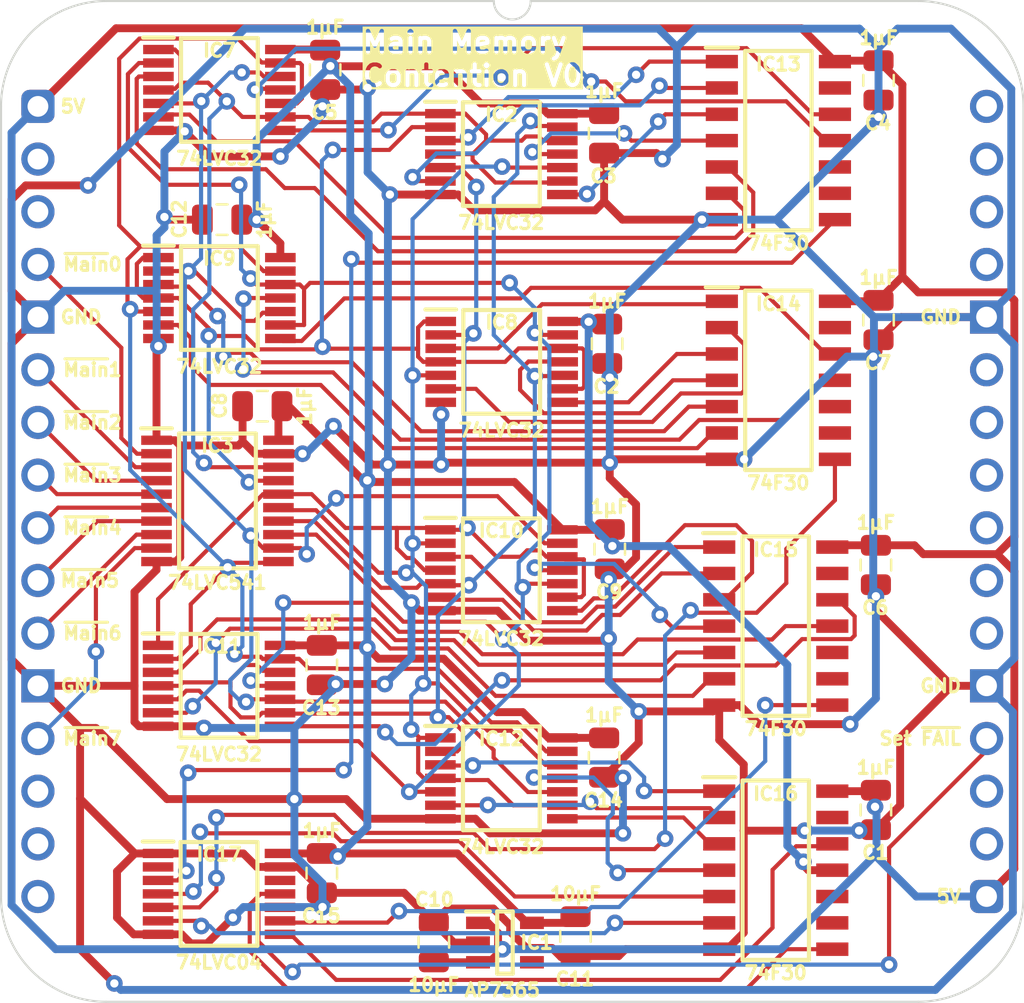
<source format=kicad_pcb>
(kicad_pcb (version 20240108) (generator "pcbnew") (generator_version "8.0")
  (title_block (title "Clock Hold Standard") (date "2024-02-16") (rev "V0"))
  (layers (0 "F.Cu" signal) (31 "B.Cu" signal) (34 "B.Paste" user) (35 "F.Paste" user) (36 "B.SilkS" user "B.Silkscreen") (37 "F.SilkS" user "F.Silkscreen") (38 "B.Mask" user) (39 "F.Mask" user) (44 "Edge.Cuts" user))
  (net 0 "")
  (net 2 "~{Main}0")
  (net 3 "~{Main}2")
  (net 4 "~{Set Contention}")
  (net 9 "~{Main}1")
  (net 10 "~{Main}3")
  (net 12 "~{Main}4")
  (net 24 "/3.3V")
  (net 26 "~{Main}5")
  (net 28 "/~{Main}B3")
  (net 29 "GND")
  (net 30 "5V")
  (net 31 "/~{Main}B0")
  (net 32 "~{Main}6")
  (net 33 "~{Main}7")
  (net 34 "/~{Main}B1")
  (net 35 "/~{Main}B2")
  (net 36 "/~{Main}B4")
  (net 37 "/~{Main}B7")
  (net 38 "/~{Main}B6")
  (net 39 "Net-(IC13-Y)")
  (net 45 "Net-(IC14-Y)")
  (net 47 "Net-(IC15-Y)")
  (net 55 "/~{0+1}")
  (net 56 "/~{0+4}")
  (net 57 "/~{0+2}")
  (net 58 "/~{0+3}")
  (net 59 "/~{Main}B5")
  (net 60 "/~{0+6}")
  (net 61 "/~{0+7}")
  (net 62 "/~{0+5}")
  (net 63 "/~{6+7}")
  (net 64 "/~{1+2}")
  (net 65 "/~{1+3}")
  (net 66 "/~{1+5}")
  (net 67 "/~{1+4}")
  (net 68 "/~{1+6}")
  (net 69 "/~{1+7}")
  (net 70 "/~{5+7}")
  (net 71 "/~{5+6}")
  (net 72 "/~{2+5}")
  (net 73 "/~{2+4}")
  (net 74 "/~{2+6}")
  (net 75 "/~{2+3}")
  (net 76 "/~{4+6}")
  (net 77 "/~{2+7}")
  (net 78 "/~{4+7}")
  (net 79 "/~{4+5}")
  (net 80 "/~{3+7}")
  (net 81 "/~{3+4}")
  (net 82 "/~{3+6}")
  (net 83 "/~{3+5}")
  (net 84 "/(~{2+3})•(~{2+4})•(~{2+5})•(~{2+6})•(~{2+7})•(~{4+5})•(~{4+6})•(~{4+7})")
  (net 85 "/(~{1+2})•(~{1+3})•(~{1+4})•(~{1+5})•(~{1+6})•(~{1+7})•(~{5+6})•(~{5+7})")
  (net 86 "/(~{0+1})•(~{0+2})•(~{0+3})•(~{0+4})•(~{0+5})•(~{0+6})•(~{0+7})•(~{6+7})")
  (net 87 "Net-(IC16-Y)")
  (footprint "SamacSys_Parts:SOIC127P600X175-14N" (layer "F.Cu") (at 35.687 1.651)
    (property "Reference" "IC13")
    (property "Value" "SN74F30DR" (hide yes))
  )
  (footprint "SamacSys_Parts:C_0805" (layer "F.Cu") (at 40.386 33.909 180)
    (property "Reference" "C1")
    (property "Value" "1μF")
  )
  (footprint "SamacSys_Parts:C_0805" (layer "F.Cu") (at 13.682 36.957 180)
    (property "Reference" "C15")
    (property "Value" "1μF")
  )
  (footprint "SamacSys_Parts:SOP65P640X110-14N" (layer "F.Cu") (at 22.335 2.301)
    (property "Reference" "IC2")
    (property "Value" "74LVC32APW,118" (hide yes))
  )
  (footprint "SamacSys_Parts:SOP65P640X110-20N" (layer "F.Cu") (at 8.653 19.024)
    (property "Reference" "IC3")
    (property "Value" "74LVC541APW,118" (hide yes))
  )
  (footprint "SamacSys_Parts:SOP65P640X110-14N" (layer "F.Cu") (at 22.352 12.319)
    (property "Reference" "IC8")
    (property "Value" "74LVC32APW,118" (hide yes))
  )
  (footprint "SamacSys_Parts:C_0805" (layer "F.Cu") (at 27.288 31.384 180)
    (property "Reference" "C14")
    (property "Value" "1μF")
  )
  (footprint "SamacSys_Parts:SOP65P640X110-14N" (layer "F.Cu") (at 22.335 22.367)
    (property "Reference" "IC10")
    (property "Value" "74LVC32APW,118" (hide yes))
  )
  (footprint "SamacSys_Parts:C_0805" (layer "F.Cu") (at 8.89 5.461 90)
    (property "Reference" "C12")
    (property "Value" "1μF")
  )
  (footprint "SamacSys_Parts:SOIC127P600X175-14N" (layer "F.Cu") (at 35.56 25.0613)
    (property "Reference" "IC15")
    (property "Value" "SN74F30DR" (hide yes))
  )
  (footprint "SamacSys_Parts:C_0805" (layer "F.Cu") (at 10.829 14.456 90)
    (property "Reference" "C8")
    (property "Value" "1μF")
  )
  (footprint "SamacSys_Parts:C_0805" (layer "F.Cu") (at 27.288 1.285 180)
    (property "Reference" "C3")
    (property "Value" "1μF")
  )
  (footprint "SamacSys_Parts:SOP65P640X110-14N" (layer "F.Cu") (at 8.746 9.241)
    (property "Reference" "IC9")
    (property "Value" "74LVC32APW,118" (hide yes))
  )
  (footprint "SamacSys_Parts:SOIC127P600X175-14N" (layer "F.Cu") (at 35.687 13.208)
    (property "Reference" "IC14")
    (property "Value" "SN74F30DR" (hide yes))
  )
  (footprint "SamacSys_Parts:C_0805" (layer "F.Cu") (at 19.08 40.32)
    (property "Reference" "C10")
    (property "Value" "10µF")
  )
  (footprint "SamacSys_Parts:SOIC127P600X175-14N" (layer "F.Cu") (at 35.56 36.83)
    (property "Reference" "IC16")
    (property "Value" "SN74F30DR" (hide yes))
  )
  (footprint "SamacSys_Parts:SIP_16_Pins" (layer "F.Cu") (at 45.72 38.1 180)
    (property "Reference" "J3" (hide yes))
    (property "Value" "Conn_01x16" (hide yes))
  )
  (footprint "SamacSys_Parts:C_0805" (layer "F.Cu") (at 25.908 40.005 180)
    (property "Reference" "C11")
    (property "Value" "10µF")
  )
  (footprint "SamacSys_Parts:C_0805" (layer "F.Cu") (at 27.559 21.336 180)
    (property "Reference" "C9")
    (property "Value" "1μF")
  )
  (footprint "SamacSys_Parts:C_0805" (layer "F.Cu") (at 40.386 22.098 180)
    (property "Reference" "C6")
    (property "Value" "1μF")
  )
  (footprint "SamacSys_Parts:SIP_16_Pins" (layer "F.Cu") (at 0 0)
    (property "Reference" "J1" (hide yes))
    (property "Value" "Conn_01x16" (hide yes))
  )
  (footprint "SamacSys_Parts:C_0805" (layer "F.Cu") (at 40.513 -1.27 180)
    (property "Reference" "C4")
    (property "Value" "1μF")
  )
  (footprint "SamacSys_Parts:C_0805" (layer "F.Cu") (at 27.432 11.43 180)
    (property "Reference" "C2")
    (property "Value" "1μF")
  )
  (footprint "SamacSys_Parts:SOP65P640X110-14N" (layer "F.Cu") (at 8.729 37.973)
    (property "Reference" "IC17")
    (property "Value" "74LVC04APW,118" (hide yes))
  )
  (footprint "SamacSys_Parts:SOT95P285X130-5N" (layer "F.Cu") (at 22.509 40.32)
    (property "Reference" "IC1")
    (property "Value" "AP7365-33WG-7" (hide yes))
  )
  (footprint "SamacSys_Parts:C_0805" (layer "F.Cu") (at 13.682 26.924 180)
    (property "Reference" "C13")
    (property "Value" "1μF")
  )
  (footprint "SamacSys_Parts:SOP65P640X110-14N" (layer "F.Cu") (at 8.729 27.94)
    (property "Reference" "IC11")
    (property "Value" "74LVC32APW,118" (hide yes))
  )
  (footprint "SamacSys_Parts:C_0805" (layer "F.Cu") (at 40.513 10.287 180)
    (property "Reference" "C7")
    (property "Value" "1μF")
  )
  (footprint "SamacSys_Parts:SOP65P640X110-14N" (layer "F.Cu") (at 22.335 32.4)
    (property "Reference" "IC12")
    (property "Value" "74LVC32APW,118" (hide yes))
  )
  (footprint "SamacSys_Parts:SOP65P640X110-14N" (layer "F.Cu") (at 8.746 -0.792)
    (property "Reference" "IC7")
    (property "Value" "74LVC32APW,118" (hide yes))
  )
  (footprint "SamacSys_Parts:C_0805" (layer "F.Cu") (at 13.843 -1.778 180)
    (property "Reference" "C5")
    (property "Value" "1μF")
  )
  (footprint "SamacSys_Parts:PinHeader_1x16_P2.54mm_Vertical" (layer "B.Cu") (at 45.72 0 180)
    (property "Reference" "J2" (hide yes))
    (property "Value" "Pin_Header_01x16")
  )
  (footprint "SamacSys_Parts:PinHeader_1x16_P2.54mm_Vertical" (layer "B.Cu") (at 0 0 180)
    (property "Reference" "J4" (hide yes))
    (property "Value" "Pin_Header_01x16")
  )
  (gr_arc (start -1.778 0) (mid -0.299109 -3.588368) (end 3.283981 -5.08) (stroke (width 0.1)) (layer "Edge.Cuts"))
  (gr_line (start 21.971 -5.08) (end 3.283981 -5.08) (stroke (width 0.1)) (layer "Edge.Cuts"))
  (gr_line (start -1.778 0) (end -1.778 38.095) (stroke (width 0.1)) (layer "Edge.Cuts"))
  (gr_arc (start 23.749 -5.08) (mid 22.86 -4.191) (end 21.971 -5.08) (stroke (width 0.1)) (layer "Edge.Cuts"))
  (gr_line (start 42.436019 43.175) (end 3.283981 43.175) (stroke (width 0.1)) (layer "Edge.Cuts"))
  (gr_arc (start 42.436019 -5.08) (mid 46.019109 -3.588368) (end 47.498 0) (stroke (width 0.1)) (layer "Edge.Cuts"))
  (gr_arc (start 3.283981 43.175) (mid -0.299109 41.683368) (end -1.778 38.095) (stroke (width 0.1)) (layer "Edge.Cuts"))
  (gr_arc (start 47.498 38.095) (mid 46.019109 41.683368) (end 42.436019 43.175) (stroke (width 0.1)) (layer "Edge.Cuts"))
  (gr_line (start 42.436019 -5.08) (end 23.749 -5.08) (stroke (width 0.1)) (layer "Edge.Cuts"))
  (gr_line (start 47.498 0) (end 47.498 38.095) (stroke (width 0.1)) (layer "Edge.Cuts"))
  (gr_text "~{Main}1" (at 1.143 12.7 0) (layer "F.SilkS") (effects (font (size 0.635 0.635) (thickness 0.15) (bold yes)) (justify left)))
  (gr_text "~{Main}0" (at 1.143 7.62 0) (layer "F.SilkS") (effects (font (size 0.635 0.635) (thickness 0.15) (bold yes)) (justify left)))
  (gr_text "~{Main}7" (at 1.143 30.48 0) (layer "F.SilkS") (effects (font (size 0.635 0.635) (thickness 0.15) (bold yes)) (justify left)))
  (gr_text "~{Main}3" (at 1.143 17.78 0) (layer "F.SilkS") (effects (font (size 0.635 0.635) (thickness 0.15) (bold yes)) (justify left)))
  (gr_text "5V" (at 1.016 0 0) (layer "F.SilkS") (effects (font (size 0.635 0.635) (thickness 0.15) (bold yes)) (justify left)))
  (gr_text "~{Main}6" (at 1.143 25.4 0) (layer "F.SilkS") (effects (font (size 0.635 0.635) (thickness 0.15) (bold yes)) (justify left)))
  (gr_text "GND" (at 1.016 27.94 0) (layer "F.SilkS") (effects (font (size 0.635 0.635) (thickness 0.15) (bold yes)) (justify left)))
  (gr_text "GND" (at 44.577 27.94 0) (layer "F.SilkS") (effects (font (size 0.635 0.635) (thickness 0.15) (bold yes)) (justify right)))
  (gr_text "Main Memory \nContention V0" (at 20.955 -2.286 0) (layer "F.SilkS" knockout) (effects (font (size 1 1) (thickness 0.2) (bold yes))))
  (gr_text "GND" (at 44.577 10.16 0) (layer "F.SilkS") (effects (font (size 0.635 0.635) (thickness 0.15) (bold yes)) (justify right)))
  (gr_text "~{Main}4" (at 1.143 20.32 0) (layer "F.SilkS") (effects (font (size 0.635 0.635) (thickness 0.15) (bold yes)) (justify left)))
  (gr_text "~{Main}5" (at 1.016 22.86 0) (layer "F.SilkS") (effects (font (size 0.635 0.635) (thickness 0.15) (bold yes)) (justify left)))
  (gr_text "~{Main}2" (at 1.143 15.24 0) (layer "F.SilkS") (effects (font (size 0.635 0.635) (thickness 0.15) (bold yes)) (justify left)))
  (gr_text "GND" (at 1.016 10.16 0) (layer "F.SilkS") (effects (font (size 0.635 0.635) (thickness 0.15) (bold yes)) (justify left)))
  (gr_text "Set ~{FAIL}" (at 44.577 30.48 0) (layer "F.SilkS") (effects (font (size 0.635 0.635) (thickness 0.15) (bold yes)) (justify right)))
  (gr_text "5V" (at 44.577 38.1 0) (layer "F.SilkS") (effects (font (size 0.635 0.635) (thickness 0.15) (bold yes)) (justify right)))
  (segment (start 4.0188 11.6388) (end 4.0188 15.9903) (width 0.2) (layer "F.Cu") (net 2))
  (segment (start 4.0188 15.9903) (end 4.7775 16.749) (width 0.2) (layer "F.Cu") (net 2))
  (segment (start 0 7.62) (end 4.0188 11.6388) (width 0.2) (layer "F.Cu") (net 2))
  (segment (start 4.7775 16.749) (end 5.715 16.749) (width 0.2) (layer "F.Cu") (net 2))
  (segment (start 0 15.24) (end 2.809 18.049) (width 0.2) (layer "F.Cu") (net 3))
  (segment (start 2.809 18.049) (end 5.715 18.049) (width 0.2) (layer "F.Cu") (net 3))
  (segment (start 10.7295 38.623) (end 10.6278 38.7247) (width 0.2) (layer "F.Cu") (net 4))
  (segment (start 41.021 35.749744) (end 41.021 41.384) (width 0.2) (layer "F.Cu") (net 4))
  (segment (start 10.6278 40.273) (end 12.0888 41.734) (width 0.2) (layer "F.Cu") (net 4))
  (segment (start 11.667 38.623) (end 10.7295 38.623) (width 0.2) (layer "F.Cu") (net 4))
  (segment (start 12.0888 41.734) (end 12.27132 41.734) (width 0.2) (layer "F.Cu") (net 4))
  (segment (start 10.6278 38.7247) (end 10.6278 40.273) (width 0.2) (layer "F.Cu") (net 4))
  (segment (start 45.72 31.050744) (end 41.021 35.749744) (width 0.2) (layer "F.Cu") (net 4))
  (via (at 12.27132 41.734) (size 0.8) (drill 0.4) (layers "F.Cu" "B.Cu") (net 4))
  (via (at 41.021 41.384) (size 0.8) (drill 0.4) (layers "F.Cu" "B.Cu") (net 4))
  (segment (start 12.62132 41.384) (end 12.27132 41.734) (width 0.2) (layer "B.Cu") (net 4))
  (segment (start 41.021 41.384) (end 12.62132 41.384) (width 0.2) (layer "B.Cu") (net 4))
  (segment (start 4.699 17.399) (end 5.715 17.399) (width 0.2) (layer "F.Cu") (net 9))
  (segment (start 0 12.7) (end 4.699 17.399) (width 0.2) (layer "F.Cu") (net 9))
  (segment (start 0.919 18.699) (end 5.715 18.699) (width 0.2) (layer "F.Cu") (net 10))
  (segment (start 0 17.78) (end 0.919 18.699) (width 0.2) (layer "F.Cu") (net 10))
  (segment (start 0 20.32) (end 0.971 19.349) (width 0.2) (layer "F.Cu") (net 12))
  (segment (start 0.971 19.349) (end 5.715 19.349) (width 0.2) (layer "F.Cu") (net 12))
  (segment (start 11.591 16.099) (end 11.591 14.628) (width 0.38) (layer "F.Cu") (net 24))
  (segment (start 11.684 -2.742) (end 13.813 -2.742) (width 0.38) (layer "F.Cu") (net 24))
  (segment (start 14.303764 36.023) (end 14.447794 36.16703) (width 0.38) (layer "F.Cu") (net 24))
  (segment (start 27.559 21.075) (end 27.559 20.402) (width 0.38) (layer "F.Cu") (net 24))
  (segment (start 11.667 25.99) (end 13.682 25.99) (width 0.38) (layer "F.Cu") (net 24))
  (segment (start 27.288 0.351) (end 25.273 0.351) (width 0.38) (layer "F.Cu") (net 24))
  (segment (start 15.66594 18.034) (end 15.875 18.034) (width 0.38) (layer "F.Cu") (net 24))
  (segment (start 11.684 7.291) (end 11.684 6.604012) (width 0.38) (layer "F.Cu") (net 24))
  (segment (start 14.100043 -1.934) (end 19.5467 -1.934) (width 0.38) (layer "F.Cu") (net 24))
  (segment (start 24.569745 0.351) (end 25.273 0.351) (width 0.38) (layer "F.Cu") (net 24))
  (segment (start 13.682 25.99) (end 15.77035 25.99) (width 0.38) (layer "F.Cu") (net 24))
  (segment (start 11.763 14.456) (end 12.08794 14.456) (width 0.38) (layer "F.Cu") (net 24))
  (segment (start 22.1346 29.2101) (end 19.5551 26.6306) (width 0.38) (layer "F.Cu") (net 24))
  (segment (start 27.288 30.45) (end 25.273 30.45) (width 0.38) (layer "F.Cu") (net 24))
  (segment (start 22.968 18.112) (end 15.953 18.112) (width 0.38) (layer "F.Cu") (net 24))
  (segment (start 23.809 39.37) (end 25.922 39.37) (width 0.38) (layer "F.Cu") (net 24))
  (segment (start 23.5621 39.37) (end 20.2151 36.023) (width 0.38) (layer "F.Cu") (net 24))
  (segment (start 14.591824 36.023) (end 14.447794 36.16703) (width 0.38) (layer "F.Cu") (net 24))
  (segment (start 26.655 10.496) (end 26.543 10.384) (width 0.38) (layer "F.Cu") (net 24))
  (segment (start 38.285 36.83) (end 37.13 36.83) (width 0.38) (layer "F.Cu") (net 24))
  (segment (start 12.08794 14.456) (end 15.66594 18.034) (width 0.38) (layer "F.Cu") (net 24))
  (segment (start 25.273 20.417) (end 22.968 18.112) (width 0.38) (layer "F.Cu") (net 24))
  (segment (start 13.682 36.023) (end 14.303764 36.023) (width 0.38) (layer "F.Cu") (net 24))
  (segment (start 21.3417 -0.139) (end 24.079745 -0.139) (width 0.38) (layer "F.Cu") (net 24))
  (segment (start 27.686 21.202) (end 27.559 21.075) (width 0.38) (layer "F.Cu") (net 24))
  (segment (start 11.684 6.604012) (end 10.540988 5.461) (width 0.38) (layer "F.Cu") (net 24))
  (segment (start 36.894318 36.594318) (end 36.894318 36.425) (width 0.38) (layer "F.Cu") (net 24))
  (segment (start 25.273 30.45) (end 24.608 30.45) (width 0.38) (layer "F.Cu") (net 24))
  (segment (start 9.824 5.461) (end 10.540988 5.461) (width 0.38) (layer "F.Cu") (net 24))
  (segment (start 27.432 10.496) (end 26.655 10.496) (width 0.38) (layer "F.Cu") (net 24))
  (segment (start 27.544 20.417) (end 25.273 20.417) (width 0.38) (layer "F.Cu") (net 24))
  (segment (start 37.13 36.83) (end 36.894318 36.594318) (width 0.38) (layer "F.Cu") (net 24))
  (segment (start 24.608 30.45) (end 23.3681 29.2101) (width 0.38) (layer "F.Cu") (net 24))
  (segment (start 16.41095 26.6306) (end 15.875 26.09465) (width 0.38) (layer "F.Cu") (net 24))
  (segment (start 19.5467 -1.934) (end 21.3417 -0.139) (width 0.38) (layer "F.Cu") (net 24))
  (segment (start 19.5551 26.6306) (end 16.41095 26.6306) (width 0.38) (layer "F.Cu") (net 24))
  (segment (start 15.77035 25.99) (end 15.875 26.09465) (width 0.38) (layer "F.Cu") (net 24))
  (segment (start 20.2151 36.023) (end 14.591824 36.023) (width 0.38) (layer "F.Cu") (net 24))
  (segment (start 24.079745 -0.139) (end 24.569745 0.351) (width 0.38) (layer "F.Cu") (net 24))
  (segment (start 27.32 10.384) (end 25.305 10.384) (width 0.38) (layer "F.Cu") (net 24))
  (segment (start 13.682 36.023) (end 11.667 36.023) (width 0.38) (layer "F.Cu") (net 24))
  (segment (start 14.092043 -1.942) (end 14.100043 -1.934) (width 0.38) (layer "F.Cu") (net 24))
  (segment (start 14.092043 -2.462957) (end 14.092043 -1.942) (width 0.38) (layer "F.Cu") (net 24))
  (segment (start 15.953 18.112) (end 15.875 18.034) (width 0.38) (layer "F.Cu") (net 24))
  (segment (start 23.3681 29.2101) (end 22.1346 29.2101) (width 0.38) (layer "F.Cu") (net 24))
  (via (at 14.447794 36.16703) (size 0.8) (drill 0.4) (layers "F.Cu" "B.Cu") (net 24))
  (via (at 27.686 21.202) (size 0.8) (drill 0.4) (layers "F.Cu" "B.Cu") (net 24))
  (via (at 36.894318 36.425) (size 0.8) (drill 0.4) (layers "F.Cu" "B.Cu") (net 24))
  (via (at 14.092043 -1.942) (size 0.8) (drill 0.4) (layers "F.Cu" "B.Cu") (net 24))
  (via (at 26.543 10.384) (size 0.8) (drill 0.4) (layers "F.Cu" "B.Cu") (net 24))
  (via (at 10.540988 5.461) (size 0.8) (drill 0.4) (layers "F.Cu" "B.Cu") (net 24))
  (via (at 15.875 26.09465) (size 0.8) (drill 0.4) (layers "F.Cu" "B.Cu") (net 24))
  (via (at 15.875 18.034) (size 0.8) (drill 0.4) (layers "F.Cu" "B.Cu") (net 24))
  (segment (start 15.875 26.09465) (end 15.875 34.739824) (width 0.38) (layer "B.Cu") (net 24))
  (segment (start 14.092043 -1.942) (end 15.051676 -0.982367) (width 0.38) (layer "B.Cu") (net 24))
  (segment (start 10.540988 5.461) (end 10.540988 1.609055) (width 0.38) (layer "B.Cu") (net 24))
  (segment (start 15.051676 -0.982367) (end 15.051676 5.239736) (width 0.38) (layer "B.Cu") (net 24))
  (segment (start 15.051676 5.239736) (end 15.941 6.12906) (width 0.38) (layer "B.Cu") (net 24))
  (segment (start 27.686 21.202) (end 26.543 20.059) (width 0.38) (layer "B.Cu") (net 24))
  (segment (start 15.875 34.739824) (end 14.447794 36.16703) (width 0.38) (layer "B.Cu") (net 24))
  (segment (start 36.117 35.647682) (end 36.894318 36.425) (width 0.38) (layer "B.Cu") (net 24))
  (segment (start 30.389 21.202) (end 36.117 26.93) (width 0.38) (layer "B.Cu") (net 24))
  (segment (start 36.117 26.93) (end 36.117 35.647682) (width 0.38) (layer "B.Cu") (net 24))
  (segment (start 10.540988 1.609055) (end 14.092043 -1.942) (width 0.38) (layer "B.Cu") (net 24))
  (segment (start 15.941 17.968) (end 15.875 18.034) (width 0.38) (layer "B.Cu") (net 24))
  (segment (start 26.543 20.059) (end 26.543 10.384) (width 0.38) (layer "B.Cu") (net 24))
  (segment (start 15.941 6.12906) (end 15.941 17.968) (width 0.38) (layer "B.Cu") (net 24))
  (segment (start 15.875 26.09465) (end 15.875 18.034) (width 0.38) (layer "B.Cu") (net 24))
  (segment (start 27.686 21.202) (end 30.389 21.202) (width 0.38) (layer "B.Cu") (net 24))
  (segment (start 0 22.86) (end 2.861 19.999) (width 0.2) (layer "F.Cu") (net 26))
  (segment (start 2.861 19.999) (end 5.715 19.999) (width 0.2) (layer "F.Cu") (net 26))
  (segment (start 19.3921 21.0719) (end 18.0565 21.0719) (width 0.2) (layer "F.Cu") (net 28))
  (segment (start 19.397 30.45) (end 18.3972 30.45) (width 0.2) (layer "F.Cu") (net 28))
  (segment (start 21.6804 30.1035) (end 21.519 29.9421) (width 0.2) (layer "F.Cu") (net 28))
  (segment (start 19.3214 27.824) (end 18.573 27.824) (width 0.2) (layer "F.Cu") (net 28))
  (segment (start 21.6898 32.4848) (end 22.905 33.7) (width 0.2) (layer "F.Cu") (net 28))
  (segment (start 13.400954 19.4723) (end 16.415854 22.4872) (width 0.2) (layer "F.Cu") (net 28))
  (segment (start 21.4395 29.9421) (end 19.3214 27.824) (width 0.2) (layer "F.Cu") (net 28))
  (segment (start 22.8105 30.1035) (end 21.6804 30.1035) (width 0.2) (layer "F.Cu") (net 28))
  (segment (start 18.3262 30.521) (end 18.3262 32.127) (width 0.2) (layer "F.Cu") (net 28))
  (segment (start 18.0581 12.969) (end 18.0565 12.9706) (width 0.2) (layer "F.Cu") (net 28))
  (segment (start 18.3262 32.127) (end 18.5992 32.4) (width 0.2) (layer "F.Cu") (net 28))
  (segment (start 16.415854 22.4872) (end 17.7456 22.4872) (width 0.2) (layer "F.Cu") (net 28))
  (segment (start 17.9913 30.0441) (end 18.3972 30.45) (width 0.2) (layer "F.Cu") (net 28))
  (segment (start 19.4818 32.4848) (end 21.6898 32.4848) (width 0.2) (layer "F.Cu") (net 28))
  (segment (start 19.414 12.969) (end 18.0581 12.969) (width 0.2) (layer "F.Cu") (net 28))
  (segment (start 22.905 33.7) (end 25.273 33.7) (width 0.2) (layer "F.Cu") (net 28))
  (segment (start 21.519 29.9421) (end 21.4395 29.9421) (width 0.2) (layer "F.Cu") (net 28))
  (segment (start 22.417896 2.951) (end 22.369948 2.903052) (width 0.2) (layer "F.Cu") (net 28))
  (segment (start 18.3972 30.45) (end 18.3262 30.521) (width 0.2) (layer "F.Cu") (net 28))
  (segment (start 18.5992 32.4) (end 19.397 32.4) (width 0.2) (layer "F.Cu") (net 28))
  (segment (start 25.273 2.951) (end 22.417896 2.951) (width 0.2) (layer "F.Cu") (net 28))
  (segment (start 11.7143 19.4723) (end 13.400954 19.4723) (width 0.2) (layer "F.Cu") (net 28))
  (segment (start 25.273 31.75) (end 24.457 31.75) (width 0.2) (layer "F.Cu") (net 28))
  (segment (start 24.457 31.75) (end 22.8105 30.1035) (width 0.2) (layer "F.Cu") (net 28))
  (via (at 18.0565 12.9706) (size 0.8) (drill 0.4) (layers "F.Cu" "B.Cu") (net 28))
  (via (at 17.7456 22.4872) (size 0.8) (drill 0.4) (layers "F.Cu" "B.Cu") (net 28))
  (via (at 22.369948 2.903052) (size 0.8) (drill 0.4) (layers "F.Cu" "B.Cu") (net 28))
  (via (at 17.9913 30.0441) (size 0.8) (drill 0.4) (layers "F.Cu" "B.Cu") (net 28))
  (via (at 18.573 27.824) (size 0.8) (drill 0.4) (layers "F.Cu" "B.Cu") (net 28))
  (via (at 18.0565 21.0719) (size 0.8) (drill 0.4) (layers "F.Cu" "B.Cu") (net 28))
  (segment (start 18.0565 21.0719) (end 18.0565 12.9706) (width 0.2) (layer "B.Cu") (net 28))
  (segment (start 18.0565 22.1763) (end 17.7456 22.4872) (width 0.2) (layer "B.Cu") (net 28))
  (segment (start 18.7028 23.1335) (end 18.7028 27.6942) (width 0.2) (layer "B.Cu") (net 28))
  (segment (start 18.7028 27.6942) (end 18.573 27.824) (width 0.2) (layer "B.Cu") (net 28))
  (segment (start 18.0565 22.4872) (end 17.7456 22.4872) (width 0.2) (layer "B.Cu") (net 28))
  (segment (start 20.591948 2.903052) (end 22.369948 2.903052) (width 0.2) (layer "B.Cu") (net 28))
  (segment (start 17.9913 28.4057) (end 17.9913 30.0441) (width 0.2) (layer "B.Cu") (net 28))
  (segment (start 18.573 27.824) (end 17.9913 28.4057) (width 0.2) (layer "B.Cu") (net 28))
  (segment (start 18.0565 21.0719) (end 18.0565 22.1763) (width 0.2) (layer "B.Cu") (net 28))
  (segment (start 18.0565 5.4385) (end 20.591948 2.903052) (width 0.2) (layer "B.Cu") (net 28))
  (segment (start 18.0565 12.9706) (end 18.0565 5.4385) (width 0.2) (layer "B.Cu") (net 28))
  (segment (start 18.0565 22.4872) (end 18.7028 23.1335) (width 0.2) (layer "B.Cu") (net 28))
  (segment (start 20.253 4.251) (end 19.397 4.251) (width 0.38) (layer "F.Cu") (net 29))
  (segment (start 9.8995 36.023) (end 10.5495 36.673) (width 0.38) (layer "F.Cu") (net 29))
  (segment (start 27.288 32.35) (end 28.956 30.682) (width 0.38) (layer "F.Cu") (net 29))
  (segment (start 5.808 11.191) (end 5.808 11.557) (width 0.38) (layer "F.Cu") (net 29))
  (segment (start 39.621704 34.875) (end 39.57669 34.920014) (width 0.38) (layer "F.Cu") (net 29))
  (segment (start 16.715 27.8535) (end 14.351 27.8535) (width 0.38) (layer "F.Cu") (net 29))
  (segment (start 28.956 30.682) (end 28.956 29.174) (width 0.38) (layer "F.Cu") (net 29))
  (segment (start 19.397 34.35) (end 15.808 34.35) (width 0.38) (layer "F.Cu") (net 29))
  (segment (start 2.032 33.3815) (end 2.032 40.64) (width 0.38) (layer "F.Cu") (net 29))
  (segment (start 8.153376 40.360624) (end 9.398 39.116) (width 0.38) (layer "F.Cu") (net 29))
  (segment (start 40.386 34.875) (end 41.5545 33.7065) (width 0.38) (layer "F.Cu") (net 29))
  (segment (start 23.604 25.763) (end 27.398828 25.763) (width 0.38) (layer "F.Cu") (net 29))
  (segment (start 41.5545 33.7065) (end 41.5545 30.4236) (width 0.38) (layer "F.Cu") (net 29))
  (segment (start 27.559 17.1799) (end 27.7209 17.018) (width 0.38) (layer "F.Cu") (net 29))
  (segment (start 2.794 29.972) (end 2.032 29.972) (width 0.38) (layer "F.Cu") (net 29))
  (segment (start 28.1686 5.461) (end 32.004006 5.461) (width 0.38) (layer "F.Cu") (net 29))
  (segment (start 13.682 37.923) (end 17.649 37.923) (width 0.38) (layer "F.Cu") (net 29))
  (segment (start 40.386 34.875) (end 39.621704 34.875) (width 0.38) (layer "F.Cu") (net 29))
  (segment (start 0 27.94) (end -1.27 26.67) (width 0.38) (layer "F.Cu") (net 29))
  (segment (start 34.036 17.018) (end 32.962 17.018) (width 0.38) (layer "F.Cu") (net 29))
  (segment (start 19.397 24.317) (end 22.158 24.317) (width 0.38) (layer "F.Cu") (net 29))
  (segment (start 15.808 34.35) (end 14.859 33.401) (width 0.38) (layer "F.Cu") (net 29))
  (segment (start -0.587457 3.81) (end 2.413 3.81) (width 0.38) (layer "F.Cu") (net 29))
  (segment (start 27.288 32.35) (end 28.159 32.35) (width 0.38) (layer "F.Cu") (net 29))
  (segment (start 7.924 5.461) (end 6.223 5.461) (width 0.38) (layer "F.Cu") (net 29))
  (segment (start -1.27 26.67) (end -1.27 11.43) (width 0.38) (layer "F.Cu") (net 29))
  (segment (start 23.5447 40.58) (end 22.7602 39.7955) (width 0.38) (layer "F.Cu") (net 29))
  (segment (start 34.018 39.8428) (end 34.018 34.925) (width 0.38) (layer "F.Cu") (net 29))
  (segment (start 40.513 -0.304) (end 40.513 0.508) (width 0.38) (layer "F.Cu") (net 29))
  (segment (start 10.458 16.749) (end 9.863 16.154) (width 0.38) (layer "F.Cu") (net 29))
  (segment (start 32.962 5.461) (end 32.004006 5.461) (width 0.38) (layer "F.Cu") (net 29))
  (segment (start 19.7557 38.6783) (end 19.08 39.354) (width 0.38) (layer "F.Cu") (net 29))
  (segment (start 32.835 28.8713) (end 33.8243 28.8713) (width 0.38) (layer "F.Cu") (net 29))
  (segment (start 22.158 24.317) (end 23.604 25.763) (width 0.38) (layer "F.Cu") (net 29))
  (segment (start 5.791 36.023) (end 4.6735 36.023) (width 0.38) (layer "F.Cu") (net 29))
  (segment (start 20.046 40.32) (end 21.209 40.32) (width 0.38) (layer "F.Cu") (net 29))
  (segment (start 29.81 2.251) (end 30.099 2.54) (width 0.38) (layer "F.Cu") (net 29))
  (segment (start 4.617 39.923) (end 5.791 39.923) (width 0.38) (layer "F.Cu") (net 29))
  (segment (start 27.432 12.954) (end 27.559 13.081) (width 0.38) (layer "F.Cu") (net 29))
  (segment (start 3.812057 39.118057) (end 4.617 39.923) (width 0.38) (layer "F.Cu") (net 29))
  (segment (start 21.784006 35.052006) (end 28.194006 35.052006) (width 0.38) (layer "F.Cu") (net 29))
  (segment (start 6.223 5.461) (end 6.096 5.334) (width 0.38) (layer "F.Cu") (net 29))
  (segment (start 24.774 40.58) (end 23.5447 40.58) (width 0.38) (layer "F.Cu") (net 29))
  (segment (start 7.027439 1.158) (end 7.072595 1.203156) (width 0.38) (layer "F.Cu") (net 29))
  (segment (start 17.649 37.923) (end 19.08 39.354) (width 0.38) (layer "F.Cu") (net 29))
  (segment (start -1.27 8.89) (end -1.27 4.492543) (width 0.38) (layer "F.Cu") (net 29))
  (segment (start 34.743353 29.790353) (end 39.144284 29.790353) (width 0.38) (layer "F.Cu") (net 29))
  (segment (start 19.397 4.251) (end 16.963196 4.251) (width 0.38) (layer "F.Cu") (net 29))
  (segment (start 12.5535 36.673) (end 13.682 37.8015) (width 0.38) (layer "F.Cu") (net 29))
  (segment (start 9.863 16.154) (end 9.6651 16.3519) (width 0.38) (layer "F.Cu") (net 29))
  (segment (start -1.27 11.43) (end 0 10.16) (width 0.38) (layer "F.Cu") (net 29))
  (segment (start 28.284 22.302) (end 27.559 22.302) (width 0.38) (layer "F.Cu") (net 29))
  (segment (start 22.7602 39.488) (end 21.9505 38.6783) (width 0.38) (layer "F.Cu") (net 29))
  (segment (start 12.752029 16.749) (end 11.591 16.749) (width 0.38) (layer "F.Cu") (net 29))
  (segment (start 22.7602 39.7955) (end 22.7602 39.488) (width 0.38) (layer "F.Cu") (net 29))
  (segment (start 28.829 19.19445) (end 28.829 21.757) (width 0.38) (layer "F.Cu") (net 29))
  (segment (start 18.3898 24.317) (end 19.397 24.317) (width 0.38) (layer "F.Cu") (net 29))
  (segment (start 32.835 28.8713) (end 32.5323 29.174) (width 0.38) (layer "F.Cu") (net 29))
  (segment (start 32.5323 29.174) (end 28.956 29.174) (width 0.38) (layer "F.Cu") (net 29))
  (segment (start 5.715 11.65) (end 5.808 11.557) (width 0.38) (layer "F.Cu") (net 29))
  (segment (start 27.398828 25.763) (end 27.507828 25.654) (width 0.38) (layer "F.Cu") (net 29))
  (segment (start 44.0381 27.94) (end 45.72 27.94) (width 0.38) (layer "F.Cu") (net 29))
  (segment (start 13.682 37.923) (end 13.682 38.574) (width 0.38) (layer "F.Cu") (net 29))
  (segment (start 27.559 22.757652) (end 27.507828 22.808824) (width 0.38) (layer "F.Cu") (net 29))
  (segment (start 6.8584 16.3519) (end 6.8584 21.7356) (width 0.38) (layer "F.Cu") (net 29))
  (segment (start 4.6541 27.94) (end 4.6541 23.4124) (width 0.38) (layer "F.Cu") (net 29))
  (segment (start 11.684 2.413) (end 8.282439 2.413) (width 0.38) (layer "F.Cu") (net 29))
  (segment (start 34.018 31.732) (end 32.835 30.549) (width 0.38) (layer "F.Cu") (net 29))
  (segment (start 6.928376 39.923) (end 7.366 40.360624) (width 0.38) (layer "F.Cu") (net 29))
  (segment (start 6.6055 16.099) (end 6.8584 16.3519) (width 0.38) (layer "F.Cu") (net 29))
  (segment (start 5.791 39.923) (end 6.928376 39.923) (width 0.38) (layer "F.Cu") (net 29))
  (segment (start 32.835 30.549) (end 32.835 28.8713) (width 0.38) (layer "F.Cu") (net 29))
  (segment (start 27.559 22.302) (end 27.559 22.757652) (width 0.38) (layer "F.Cu") (net 29))
  (segment (start 4.6541 23.4124) (end 5.715 22.3515) (width 0.38) (layer "F.Cu") (net 29))
  (segment (start 16.963196 4.251) (end 16.963193 4.251003) (width 0.38) (layer "F.Cu") (net 29))
  (segment (start 28.321 40.64) (end 32.835 40.64) (width 0.38) (layer "F.Cu") (net 29))
  (segment (start 27.288 4.5804) (end 26.855923 5.012477) (width 0.38) (layer "F.Cu") (net 29))
  (segment (start 5.791 29.89) (end 4.8672 29.89) (width 0.38) (layer "F.Cu") (net 29))
  (segment (start 12.359508 33.401) (end 6.223 33.401) (width 0.38) (layer "F.Cu") (net 29))
  (segment (start -1.27 4.492543) (end -0.587457 3.81) (width 0.38) (layer "F.Cu") (net 29))
  (segment (start 5.715 22.3515) (end 5.715 21.949) (width 0.38) (layer "F.Cu") (net 29))
  (segment (start 11.667 36.673) (end 12.5535 36.673) (width 0.38) (layer "F.Cu") (net 29))
  (segment (start 40.513 11.811002) (end 40.259 12.065002) (width 0.38) (layer "F.Cu") (net 29))
  (segment (start 21.082 34.35) (end 21.784006 35.052006) (width 0.38) (layer "F.Cu") (net 29))
  (segment (start 5.715 16.099) (end 5.715 11.65) (width 0.38) (layer "F.Cu") (net 29))
  (segment (start 13.843 -0.812) (end 13.843 -0.126988) (width 0.38) (layer "F.Cu") (net 29))
  (segment (start 7.919004 29.89) (end 8.000996 29.971992) (width 0.38) (layer "F.Cu") (net 29))
  (segment (start 21.014477 5.012477) (end 20.253 4.251) (width 0.38) (layer "F.Cu") (net 29))
  (segment (start 19.5231 17.1799) (end 19.431 17.272) (width 0.38) (layer "F.Cu") (net 29))
  (segment (start 2.032 40.64) (end 3.683 42.291) (width 0.38) (layer "F.Cu") (net 29))
  (segment (start 26.855923 5.012477) (end 21.014477 5.012477) (width 0.38) (layer "F.Cu") (net 29))
  (segment (start 27.288 4.5804) (end 28.1686 5.461) (width 0.38) (layer "F.Cu") (net 29))
  (segment (start 19.431 17.272) (end 16.8677 17.272) (width 0.38) (layer "F.Cu") (net 29))
  (segment (start 27.432 12.396) (end 27.432 12.954) (width 0.38) (layer "F.Cu") (net 29))
  (segment (start 3.812057 36.884443) (end 3.812057 39.118057) (width 0.38) (layer "F.Cu") (net 29))
  (segment (start 25.858 41.021) (end 25.215 41.021) (width 0.38) (layer "F.Cu") (net 29))
  (segment (start 34.018 34.925) (end 34.018 31.732) (width 0.38) (layer "F.Cu") (net 29))
  (segment (start 0 10.16) (end -1.27 8.89) (width 0.38) (layer "F.Cu") (net 29))
  (segment (start 5.791 29.89) (end 7.919004 29.89) (width 0.38) (layer "F.Cu") (net 29))
  (segment (start 41.5545 30.4236) (end 44.0381 27.94) (width 0.38) (layer "F.Cu") (net 29))
  (segment (start 8.282439 2.413) (end 7.072595 1.203156) (width 0.38) (layer "F.Cu") (net 29))
  (segment (start 16.095965 17.272) (end 14.242695 15.41873) (width 0.38) (layer "F.Cu") (net 29))
  (segment (start 6.8584 21.7356) (end 6.645 21.949) (width 0.38) (layer "F.Cu") (net 29))
  (segment (start 40.386 24.2879) (end 40.386 23.622) (width 0.38) (layer "F.Cu") (net 29))
  (segment (start 11.591 16.749) (end 10.458 16.749) (width 0.38) (layer "F.Cu") (net 29))
  (segment (start 19.08 39.354) (end 20.046 40.32) (width 0.38) (layer "F.Cu") (net 29))
  (segment (start 13.682 38.574) (end 13.716 38.608) (width 0.38) (layer "F.Cu") (net 29))
  (segment (start 5.808 1.158) (end 7.027439 1.158) (width 0.38) (layer "F.Cu") (net 29))
  (segment (start 36.957 34.925) (end 34.018 34.925) (width 0.38) (layer "F.Cu") (net 29))
  (segment (start 4.6541 29.6769) (end 4.6541 27.94) (width 0.38) (layer "F.Cu") (net 29))
  (segment (start 4.8672 29.89) (end 4.6541 29.6769) (width 0.38) (layer "F.Cu") (net 29))
  (segment (start 40.386 23.622) (end 40.386 23.064) (width 0.38) (layer "F.Cu") (net 29))
  (segment (start 41.606 10.16) (end 40.513 11.253) (width 0.38) (layer "F.Cu") (net 29))
  (segment (start 10.5495 36.673) (end 11.667 36.673) (width 0.38) (layer "F.Cu") (net 29))
  (segment (start 45.72 10.16) (end 41.606 10.16) (width 0.38) (layer "F.Cu") (net 29))
  (segment (start 4.6541 27.94) (end 0 27.94) (width 0.38) (layer "F.Cu") (net 29))
  (segment (start 27.559 17.1799) (end 27.559 17.92445) (width 0.38) (layer "F.Cu") (net 29))
  (segment (start 27.288 2.251) (end 29.81 2.251) (width 0.38) (layer "F.Cu") (net 29))
  (segment (start 13.843 -0.812) (end 15.814676 -0.812) (width 0.38) (layer "F.Cu") (net 29))
  (segment (start 6.645 21.949) (end 5.715 21.949) (width 0.38) (layer "F.Cu") (net 29))
  (segment (start 40.513 11.253) (end 40.513 11.811002) (width 0.38) (layer "F.Cu") (net 29))
  (segment (start 13.843 -0.126988) (end 13.716004 0.000008) (width 0.38) (layer "F.Cu") (net 29))
  (segment (start 2.032 33.3815) (end 4.6735 36.023) (width 0.38) (layer "F.Cu") (net 29))
  (segment (start 15.814676 -0.812) (end 15.891676 -0.889) (width 0.38) (layer "F.Cu") (net 29))
  (segment (start 0 27.94) (end 2.032 29.972) (width 0.38) (layer "F.Cu") (net 29))
  (segment (start 19.397 34.35) (end 21.082 34.35) (width 0.38) (layer "F.Cu") (net 29))
  (segment (start 25.215 41.021) (end 24.774 40.58) (width 0.38) (layer "F.Cu") (net 29))
  (segment (start 16.8677 17.272) (end 16.095965 17.272) (width 0.38) (layer "F.Cu") (net 29))
  (segment (start 27.288 2.251) (end 27.288 4.5804) (width 0.38) (layer "F.Cu") (net 29))
  (segment (start 25.908 40.971) (end 27.99 40.971) (width 0.38) (layer "F.Cu") (net 29))
  (segment (start 18.0011 23.9283) (end 18.3898 24.317) (width 0.38) (layer "F.Cu") (net 29))
  (segment (start 33.2208 40.64) (end 34.018 39.8428) (width 0.38) (layer "F.Cu") (net 29))
  (segment (start 2.032 29.972) (end 2.032 33.3815) (width 0.38) (layer "F.Cu") (net 29))
  (segment (start 5.715 16.099) (end 6.6055 16.099) (width 0.38) (layer "F.Cu") (net 29))
  (segment (start 9.863 14.456) (end 9.863 16.154) (width 0.38) (layer "F.Cu") (net 29))
  (segment (start 28.829 21.757) (end 28.284 22.302) (width 0.38) (layer "F.Cu") (net 29))
  (segment (start 13.7185 27.8535) (end 14.351 27.8535) (width 0.38) (layer "F.Cu") (net 29))
  (segment (start 27.559 17.92445) (end 28.829 19.19445) (width 0.38) (layer "F.Cu") (net 29))
  (segment (start 4.6735 36.023) (end 3.812057 36.884443) (width 0.38) (layer "F.Cu") (net 29))
  (segment (start 27.99 40.971) (end 28.321 40.64) (width 0.38) (layer "F.Cu") (net 29))
  (segment (start 5.791 36.023) (end 9.8995 36.023) (width 0.38) (layer "F.Cu") (net 29))
  (segment (start 7.366 40.360624) (end 8.153376 40.360624) (width 0.38) (layer "F.Cu") (net 29))
  (segment (start 28.159 32.35) (end 28.194 32.385) (width 0.38) (layer "F.Cu") (net 29))
  (segment (start 44.0381 27.94) (end 40.386 24.2879) (width 0.38) (layer "F.Cu") (net 29))
  (segment (start 19.431 14.859) (end 19.431 14.286) (width 0.38) (layer "F.Cu") (net 29))
  (segment (start 6.223 33.401) (end 2.794 29.972) (width 0.38) (layer "F.Cu") (net 29))
  (segment (start 27.559 17.1799) (end 19.5231 17.1799) (width 0.38) (layer "F.Cu") (net 29))
  (segment (start 27.7209 17.018) (end 32.962 17.018) (width 0.38) (layer "F.Cu") (net 29))
  (segment (start 33.8243 28.8713) (end 34.743353 29.790353) (width 0.38) (layer "F.Cu") (net 29))
  (segment (start 14.859 33.401) (end 12.359508 33.401) (width 0.38) (layer "F.Cu") (net 29))
  (segment (start 21.9505 38.6783) (end 19.7557 38.6783) (width 0.38) (layer "F.Cu") (net 29))
  (segment (start 9.6651 16.3519) (end 6.8584 16.3519) (width 0.38) (layer "F.Cu") (net 29))
  (via (at 39.57669 34.920014) (size 0.8) (drill 0.4) (layers "F.Cu" "B.Cu") (net 29))
  (via (at 40.513 0.508) (size 0.8) (drill 0.4) (layers "F.Cu" "B.Cu") (net 29))
  (via (at 27.559 17.1799) (size 0.8) (drill 0.4) (layers "F.Cu" "B.Cu") (net 29))
  (via (at 5.808 11.557) (size 0.8) (drill 0.4) (layers "F.Cu" "B.Cu") (net 29))
  (via (at 16.8677 17.272) (size 0.8) (drill 0.4) (layers "F.Cu" "B.Cu") (net 29))
  (via (at 16.963193 4.251003) (size 0.8) (drill 0.4) (layers "F.Cu" "B.Cu") (net 29))
  (via (at 12.752029 16.749) (size 0.8) (drill 0.4) (layers "F.Cu" "B.Cu") (net 29))
  (via (at 28.194 32.385) (size 0.8) (drill 0.4) (layers "F.Cu" "B.Cu") (net 29))
  (via (at 19.431 14.859) (size 0.8) (drill 0.4) (layers "F.Cu" "B.Cu") (net 29))
  (via (at 13.716004 0.000008) (size 0.8) (drill 0.4) (layers "F.Cu" "B.Cu") (net 29))
  (via (at 7.072595 1.203156) (size 0.8) (drill 0.4) (layers "F.Cu" "B.Cu") (net 29))
  (via (at 14.242695 15.41873) (size 0.8) (drill 0.4) (layers "F.Cu" "B.Cu") (net 29))
  (via (at 2.413 3.81) (size 0.8) (drill 0.4) (layers "F.Cu" "B.Cu") (net 29))
  (via (at 14.351 27.8535) (size 0.8) (drill 0.4) (layers "F.Cu" "B.Cu") (net 29))
  (via (at 6.096 5.334) (size 0.8) (drill 0.4) (layers "F.Cu" "B.Cu") (net 29))
  (via (at 8.000996 29.971992) (size 0.8) (drill 0.4) (layers "F.Cu" "B.Cu") (net 29))
  (via (at 27.559 13.081) (size 0.8) (drill 0.4) (layers "F.Cu" "B.Cu") (net 29))
  (via (at 16.715 27.8535) (size 0.8) (drill 0.4) (layers "F.Cu" "B.Cu") (net 29))
  (via (at 9.398 39.116) (size 0.8) (drill 0.4) (layers "F.Cu" "B.Cu") (net 29))
  (via (at 28.194006 35.052006) (size 0.8) (drill 0.4) (layers "F.Cu" "B.Cu") (net 29))
  (via (at 34.036 17.018) (size 0.8) (drill 0.4) (layers "F.Cu" "B.Cu") (net 29))
  (via (at 36.957 34.925) (size 0.8) (drill 0.4) (layers "F.Cu" "B.Cu") (net 29))
  (via (at 27.507828 22.808824) (size 0.8) (drill 0.4) (layers "F.Cu" "B.Cu") (net 29))
  (via (at 12.359508 33.401) (size 0.8) (drill 0.4) (layers "F.Cu" "B.Cu") (net 29))
  (via (at 13.716 38.608) (size 0.8) (drill 0.4) (layers "F.Cu" "B.Cu") (net 29))
  (via (at 27.507828 25.654) (size 0.8) (drill 0.4) (layers "F.Cu" "B.Cu") (net 29))
  (via (at 39.144284 29.790353) (size 0.8) (drill 0.4) (layers "F.Cu" "B.Cu") (net 29))
  (via (at 40.259 12.065002) (size 0.8) (drill 0.4) (layers "F.Cu" "B.Cu") (net 29))
  (via (at 32.004006 5.461) (size 0.8) (drill 0.4) (layers "F.Cu" "B.Cu") (net 29))
  (via (at 40.386 23.622) (size 0.8) (drill 0.4) (layers "F.Cu" "B.Cu") (net 29))
  (via (at 15.891676 -0.889) (size 0.8) (drill 0.4) (layers "F.Cu" "B.Cu") (net 29))
  (via (at 30.099 2.54) (size 0.8) (drill 0.4) (layers "F.Cu" "B.Cu") (net 29))
  (via (at 28.956 29.174) (size 0.8) (drill 0.4) (layers "F.Cu" "B.Cu") (net 29))
  (via (at 3.683 42.291) (size 0.8) (drill 0.4) (layers "F.Cu" "B.Cu") (net 29))
  (via (at 19.431 17.272) (size 0.8) (drill 0.4) (layers "F.Cu" "B.Cu") (net 29))
  (via (at 11.684 2.413) (size 0.8) (drill 0.4) (layers "F.Cu" "B.Cu") (net 29))
  (via (at 18.0011 23.9283) (size 0.8) (drill 0.4) (layers "F.Cu" "B.Cu") (net 29))
  (segment (start 8.000996 29.971992) (end 12.359508 29.971992) (width 0.38) (layer "B.Cu") (net 29))
  (segment (start 27.559 13.081) (end 27.559 17.1799) (width 0.38) (layer "B.Cu") (net 29))
  (segment (start 34.036 17.018) (end 38.988998 12.065002) (width 0.38) (layer "B.Cu") (net 29))
  (segment (start 30.79524 -2.85976) (end 30.734 -2.921) (width 0.38) (layer "B.Cu") (net 29))
  (segment (start 12.359508 29.971992) (end 14.351 27.9805) (width 0.38) (layer "B.Cu") (net 29))
  (segment (start 13.716 38.608) (end 13.716 37.465) (width 0.38) (layer "B.Cu") (net 29))
  (segment (start 46.987808 38.864192) (end 46.987808 29.207808) (width 0.38) (layer "B.Cu") (net 29))
  (segment (start 29.906209 -3.748791) (end 30.734 -2.921) (width 0.38) (layer "B.Cu") (net 29))
  (segment (start 40.259 23.495) (end 40.259 12.065002) (width 0.38) (layer "B.Cu") (net 29))
  (segment (start 39.57669 34.920014) (end 36.961986 34.920014) (width 0.38) (layer "B.Cu") (net 29))
  (segment (start 36.961986 34.920014) (end 36.957 34.925) (width 0.38) (layer "B.Cu") (net 29))
  (segment (start 18.0011 23.9283) (end 18.0011 26.5674) (width 0.38) (layer "B.Cu") (net 29))
  (segment (start 40.513 0.5417) (end 40.513 0.508) (width 0.38) (layer "B.Cu") (net 29))
  (segment (start 27.507828 22.808824) (end 27.507828 25.654) (width 0.38) (layer "B.Cu") (net 29))
  (segment (start 16.8677 22.7949) (end 16.8677 17.272) (width 0.38) (layer "B.Cu") (net 29))
  (segment (start 39.144284 29.790353) (end 40.386 28.548637) (width 0.38) (layer "B.Cu") (net 29))
  (segment (start 30.099 2.54) (end 30.79524 1.84376) (width 0.38) (layer "B.Cu") (net 29))
  (segment (start 47.058 11.498001) (end 45.72 10.160001) (width 0.38) (layer "B.Cu") (net 29))
  (segment (start 13.716004 0.380996) (end 13.716004 0.000008) (width 0.38) (layer "B.Cu") (net 29))
  (segment (start 9.971791 -3.748791) (end 29.906209 -3.748791) (width 0.38) (layer "B.Cu") (net 29))
  (segment (start 15.891676 -0.889) (end 15.891676 3.179486) (width 0.38) (layer "B.Cu") (net 29))
  (segment (start 40.292701 10.160001) (end 45.72 10.160001) (width 0.38) (layer "B.Cu") (net 29))
  (segment (start 40.386 28.548637) (end 40.386 23.622) (width 0.38) (layer "B.Cu") (net 29))
  (segment (start 2.413 3.81) (end 9.971791 -3.748791) (width 0.38) (layer "B.Cu") (net 29))
  (segment (start 32.004006 5.461) (end 35.5937 5.461) (width 0.38) (layer "B.Cu") (net 29))
  (segment (start 40.513 -2.826896) (end 39.591105 -3.748791) (width 0.38) (layer "B.Cu") (net 29))
  (segment (start 39.591105 -3.748791) (end 31.684271 -3.748791) (width 0.38) (layer "B.Cu") (net 29))
  (segment (start 27.559 9.906006) (end 32.004006 5.461) (width 0.38) (layer "B.Cu") (net 29))
  (segment (start 5.7209 11.4699) (end 5.808 11.557) (width 0.38) (layer "B.Cu") (net 29))
  (segment (start 31.684271 -3.748791) (end 30.79524 -2.85976) (width 0.38) (layer "B.Cu") (net 29))
  (segment (start 16.8677 4.346496) (end 16.963193 4.251003) (width 0.38) (layer "B.Cu") (net 29))
  (segment (start 27.559 13.081) (end 27.559 9.906006) (width 0.38) (layer "B.Cu") (net 29))
  (segment (start 27.507828 27.725828) (end 28.956 29.174) (width 0.38) (layer "B.Cu") (net 29))
  (segment (start 27.507828 25.654) (end 27.507828 27.725828) (width 0.38) (layer "B.Cu") (net 29))
  (segment (start 6.096 5.334) (end 6.096 5.842) (width 0.38) (layer "B.Cu") (net 29))
  (segment (start 19.431 17.272) (end 19.431 14.859) (width 0.38) (layer "B.Cu") (net 29))
  (segment (start 0 10.16) (end 1.27 8.89) (width 0.38) (layer "B.Cu") (net 29))
  (segment (start 18.0011 23.9283) (end 16.8677 22.7949) (width 0.38) (layer "B.Cu") (net 29))
  (segment (start 40.386 23.622) (end 40.259 23.495) (width 0.38) (layer "B.Cu") (net 29))
  (segment (start 38.988998 12.065002) (end 40.259 12.065002) (width 0.38) (layer "B.Cu") (net 29))
  (segment (start 40.292701 10.160001) (end 40.292701 12.031301) (width 0.38) (layer "B.Cu") (net 29))
  (segment (start 15.891676 3.179486) (end 16.963193 4.251003) (width 0.38) (layer "B.Cu") (net 29))
  (segment (start 13.716 37.465) (end 12.359508 36.108508) (width 0.38) (layer "B.Cu") (net 29))
  (segment (start 40.513 -2.732791) (end 40.513 -2.826896) (width 0.38) (layer "B.Cu") (net 29))
  (segment (start 6.096 5.334) (end 6.096 2.179751) (width 0.38) (layer "B.Cu") (net 29))
  (segment (start 45.72 27.94) (end 47.058 26.602) (width 0.38) (layer "B.Cu") (net 29))
  (segment (start 5.7209 6.2171) (end 5.7209 11.4699) (width 0.38) (layer "B.Cu") (net 29))
  (segment (start 35.5937 5.461) (end 40.292701 10.160001) (width 0.38) (layer "B.Cu") (net 29))
  (segment (start 35.5937 5.461) (end 40.513 0.5417) (width 0.38) (layer "B.Cu") (net 29))
  (segment (start 11.684 2.413) (end 13.716004 0.380996) (width 0.38) (layer "B.Cu") (net 29))
  (segment (start 12.359508 33.401) (end 12.359508 29.971992) (width 0.38) (layer "B.Cu") (net 29))
  (segment (start 1.27 8.89) (end 5.7209 8.89) (width 0.38) (layer "B.Cu") (net 29))
  (segment (start 6.096 2.179751) (end 7.072595 1.203156) (width 0.38) (layer "B.Cu") (net 29))
  (segment (start 9.906 38.608) (end 9.398 39.116) (width 0.38) (layer "B.Cu") (net 29))
  (segment (start 12.912425 16.749) (end 14.242695 15.41873) (width 0.38) (layer "B.Cu") (net 29))
  (segment (start 6.096 5.842) (end 5.7209 6.2171) (width 0.38) (layer "B.Cu") (net 29))
  (segment (start 16.8677 17.272) (end 16.8677 4.346496) (width 0.38) (layer "B.Cu") (net 29))
  (segment (start 43.249519 42.602481) (end 46.987808 38.864192) (width 0.38) (layer "B.Cu") (net 29))
  (segment (start 40.292701 12.031301) (end 40.259 12.065002) (width 0.38) (layer "B.Cu") (net 29))
  (segment (start 28.196272 35.04974) (end 28.194006 35.052006) (width 0.38) (layer "B.Cu") (net 29))
  (segment (start 12.359508 36.108508) (end 12.359508 33.401) (width 0.38) (layer "B.Cu") (net 29))
  (segment (start 28.196272 32.387272) (end 28.196272 35.04974) (width 0.38) (layer "B.Cu") (net 29))
  (segment (start 44.003209 -3.748791) (end 46.91 -0.842) (width 0.38) (layer "B.Cu") (net 29))
  (segment (start 46.91 8.970001) (end 45.72 10.160001) (width 0.38) (layer "B.Cu") (net 29))
  (segment (start 40.513 -2.826896) (end 41.434895 -3.748791) (width 0.38) (layer "B.Cu") (net 29))
  (segment (start 47.058 26.602) (end 47.058 11.498001) (width 0.38) (layer "B.Cu") (net 29))
  (segment (start 46.91 -0.842) (end 46.91 8.970001) (width 0.38) (layer "B.Cu") (net 29))
  (segment (start 28.194 32.385) (end 28.196272 32.387272) (width 0.38) (layer "B.Cu") (net 29))
  (segment (start 41.434895 -3.748791) (end 44.003209 -3.748791) (width 0.38) (layer "B.Cu") (net 29))
  (segment (start 3.994481 42.602481) (end 43.249519 42.602481) (width 0.38) (layer "B.Cu") (net 29))
  (segment (start 13.716 38.608) (end 9.906 38.608) (width 0.38) (layer "B.Cu") (net 29))
  (segment (start 12.752029 16.749) (end 12.912425 16.749) (width 0.38) (layer "B.Cu") (net 29))
  (segment (start 40.513 0.508) (end 40.513 -2.732791) (width 0.38) (layer "B.Cu") (net 29))
  (segment (start 46.987808 29.207808) (end 45.72 27.94) (width 0.38) (layer "B.Cu") (net 29))
  (segment (start 3.683 42.291) (end 3.994481 42.602481) (width 0.38) (layer "B.Cu") (net 29))
  (segment (start 18.0011 26.5674) (end 16.715 27.8535) (width 0.38) (layer "B.Cu") (net 29))
  (segment (start 30.79524 1.84376) (end 30.79524 -2.85976) (width 0.38) (layer "B.Cu") (net 29))
  (segment (start 14.351 27.9805) (end 14.351 27.8535) (width 0.38) (layer "B.Cu") (net 29))
  (segment (start 22.383545 40.6434) (end 21.756945 41.27) (width 0.38) (layer "F.Cu") (net 30))
  (segment (start 21.756945 41.27) (end 21.209 41.27) (width 0.38) (layer "F.Cu") (net 30))
  (segment (start 21.209 41.27) (end 19.096 41.27) (width 0.38) (layer "F.Cu") (net 30))
  (segment (start 40.513 -2.204) (end 38.4569 -2.204) (width 0.38) (layer "F.Cu") (net 30))
  (segment (start 38.285 33.02) (end 40.341 33.02) (width 0.38) (layer "F.Cu") (net 30))
  (segment (start 3.7676 -3.7676) (end 0 0) (width 0.38) (layer "F.Cu") (net 30))
  (segment (start 42.672 21.59) (end 46.228 21.59) (width 0.38) (layer "F.Cu") (net 30))
  (segment (start 22.177 39.859) (end 21.688 39.37) (width 0.38) (layer "F.Cu") (net 30))
  (segment (start 47.058 20.701) (end 47.058 9.344) (width 0.38) (layer "F.Cu") (net 30))
  (segment (start 47.058 9.344) (end 46.6823 8.9683) (width 0.38) (layer "F.Cu") (net 30))
  (segment (start 21.688 39.37) (end 21.209 39.37) (width 0.38) (layer "F.Cu") (net 30))
  (segment (start 47.058 22.42) (end 46.228 21.59) (width 0.38) (layer "F.Cu") (net 30))
  (segment (start 38.412 -2.1591) (end 36.8035 -3.7676) (width 0.38) (layer "F.Cu") (net 30))
  (segment (start 38.412 9.398) (end 40.468 9.398) (width 0.38) (layer "F.Cu") (net 30))
  (segment (start 42.246 21.164) (end 42.672 21.59) (width 0.38) (layer "F.Cu") (net 30))
  (segment (start 40.386 21.164) (end 42.246 21.164) (width 0.38) (layer "F.Cu") (net 30))
  (segment (start 42.4281 8.9683) (end 41.6629 8.2031) (width 0.38) (layer "F.Cu") (net 30))
  (segment (start 47.058 36.762) (end 47.058 22.42) (width 0.38) (layer "F.Cu") (net 30))
  (segment (start 41.6629 8.2031) (end 40.513 9.353) (width 0.38) (layer "F.Cu") (net 30))
  (segment (start 40.386 33.734113) (end 40.386 32.975) (width 0.38) (layer "F.Cu") (net 30))
  (segment (start 46.6823 8.9683) (end 42.4281 8.9683) (width 0.38) (layer "F.Cu") (net 30))
  (segment (start 40.345113 33.775) (end 40.386 33.734113) (width 0.38) (layer "F.Cu") (net 30))
  (segment (start 46.228 21.59) (end 47.058 20.76) (width 0.38) (layer "F.Cu") (net 30))
  (segment (start 41.6629 -1.0541) (end 41.6629 8.2031) (width 0.38) (layer "F.Cu") (net 30))
  (segment (start 22.177 40.436855) (end 22.177 39.859) (width 0.38) (layer "F.Cu") (net 30))
  (segment (start 47.058 20.76) (end 47.058 20.701) (width 0.38) (layer "F.Cu") (net 30))
  (segment (start 40.513 -2.204) (end 41.6629 -1.0541) (width 0.38) (layer "F.Cu") (net 30))
  (segment (start 40.386 21.164) (end 38.3723 21.164) (width 0.38) (layer "F.Cu") (net 30))
  (segment (start 36.8035 -3.7676) (end 3.7676 -3.7676) (width 0.38) (layer "F.Cu") (net 30))
  (segment (start 45.72 38.1) (end 47.058 36.762) (width 0.38) (layer "F.Cu") (net 30))
  (segment (start 22.383545 40.6434) (end 22.177 40.436855) (width 0.38) (layer "F.Cu") (net 30))
  (via (at 22.383545 40.6434) (size 0.8) (drill 0.4) (layers "F.Cu" "B.Cu") (net 30))
  (via (at 40.345113 33.775) (size 0.8) (drill 0.4) (layers "F.Cu" "B.Cu") (net 30))
  (segment (start 0 0) (end -1.27 1.27) (width 0.38) (layer "B.Cu") (net 30))
  (segment (start 40.41669 33.846577) (end 40.41669 36.03731) (width 0.38) (layer "B.Cu") (net 30))
  (segment (start 42.336226 38.1) (end 40.345113 36.108887) (width 0.38) (layer "B.Cu") (net 30))
  (segment (start 22.387145 40.6398) (end 35.8142 40.6398) (width 0.38) (layer "B.Cu") (net 30))
  (segment (start 40.41669 36.03731) (end 40.345113 36.108887) (width 0.38) (layer "B.Cu") (net 30))
  (segment (start 45.72 38.1) (end 42.336226 38.1) (width 0.38) (layer "B.Cu") (net 30))
  (segment (start -1.27 38.512915) (end 0.857085 40.64) (width 0.38) (layer "B.Cu") (net 30))
  (segment (start 22.380145 40.64) (end 22.383545 40.6434) (width 0.38) (layer "B.Cu") (net 30))
  (segment (start 40.345113 33.775) (end 40.41669 33.846577) (width 0.38) (layer "B.Cu") (net 30))
  (segment (start -1.27 1.27) (end -1.27 38.512915) (width 0.38) (layer "B.Cu") (net 30))
  (segment (start 0.857085 40.64) (end 22.380145 40.64) (width 0.38) (layer "B.Cu") (net 30))
  (segment (start 22.383545 40.6434) (end 22.387145 40.6398) (width 0.38) (layer "B.Cu") (net 30))
  (segment (start 35.8142 40.6398) (end 40.345113 36.108887) (width 0.38) (layer "B.Cu") (net 30))
  (segment (start 13.036339 0.508) (end 13.286339 0.758) (width 0.2) (layer "F.Cu") (net 31))
  (segment (start 22.041339 3.671) (end 25.203 3.671) (width 0.2) (layer "F.Cu") (net 31))
  (segment (start 24.1355 1.451) (end 24.3355 1.651) (width 0.2) (layer "F.Cu") (net 31))
  (segment (start 23.515961 1.451) (end 24.1355 1.451) (width 0.2) (layer "F.Cu") (net 31))
  (segment (start 5.808 -2.742) (end 6.5984 -2.742) (width 0.2) (layer "F.Cu") (net 31))
  (segment (start 11.684 0.508) (end 9.852258 0.508) (width 0.2) (layer "F.Cu") (net 31))
  (segment (start 6.604 -0.8482) (end 6.8718 -1.116) (width 0.2) (layer "F.Cu") (net 31))
  (segment (start 23.315961 1.651) (end 23.515961 1.451) (width 0.2) (layer "F.Cu") (net 31))
  (segment (start 6.8718 -2.4686) (end 6.8718 -1.143) (width 0.2) (layer "F.Cu") (net 31))
  (segment (start 19.397 0.351) (end 20.5959 0.351) (width 0.2) (layer "F.Cu") (net 31))
  (segment (start 8.201258 -1.143) (end 9.102258 -0.242) (width 0.2) (layer "F.Cu") (net 31))
  (segment (start 6.8718 -1.116) (end 6.8718 -1.143) (width 0.2) (layer "F.Cu") (net 31))
  (segment (start 20.9484 2.578061) (end 22.041339 3.671) (width 0.2) (layer "F.Cu") (net 31))
  (segment (start 9.852258 0.508) (end 9.102258 -0.242) (width 0.2) (layer "F.Cu") (net 31))
  (segment (start 5.8642 -0.8482) (end 6.604 -0.8482) (width 0.2) (layer "F.Cu") (net 31))
  (segment (start 13.286339 0.758) (end 16.1478 0.758) (width 0.2) (layer "F.Cu") (net 31))
  (segment (start 6.5984 -2.742) (end 6.8718 -2.4686) (width 0.2) (layer "F.Cu") (net 31))
  (segment (start 16.5548 0.351) (end 19.397 0.351) (width 0.2) (layer "F.Cu") (net 31))
  (segment (start 21.5984 1.651) (end 23.315961 1.651) (width 0.2) (layer "F.Cu") (net 31))
  (segment (start 24.3355 1.651) (end 25.273 1.651) (width 0.2) (layer "F.Cu") (net 31))
  (segment (start 21.5984 1.3535) (end 21.5984 1.651) (width 0.2) (layer "F.Cu") (net 31))
  (segment (start 21.5984 1.651) (end 20.9484 2.301) (width 0.2) (layer "F.Cu") (net 31))
  (segment (start 20.9484 2.301) (end 19.397 2.301) (width 0.2) (layer "F.Cu") (net 31))
  (segment (start 16.1478 0.758) (end 16.5548 0.351) (width 0.2) (layer "F.Cu") (net 31))
  (segment (start 8.2081 17.399) (end 8.001 17.1919) (width 0.2) (layer "F.Cu") (net 31))
  (segment (start 20.5959 0.351) (end 21.5984 1.3535) (width 0.2) (layer "F.Cu") (net 31))
  (segment (start 6.8718 -1.143) (end 8.201258 -1.143) (width 0.2) (layer "F.Cu") (net 31))
  (segment (start 20.9484 2.301) (end 20.9484 2.578061) (width 0.2) (layer "F.Cu") (net 31))
  (segment (start 11.591 17.399) (end 8.2081 17.399) (width 0.2) (layer "F.Cu") (net 31))
  (segment (start 11.684 0.508) (end 13.036339 0.508) (width 0.2) (layer "F.Cu") (net 31))
  (via (at 9.102258 -0.242) (size 0.8) (drill 0.4) (layers "F.Cu" "B.Cu") (net 31))
  (via (at 8.001 17.1919) (size 0.8) (drill 0.4) (layers "F.Cu" "B.Cu") (net 31))
  (segment (start 7.482636 9.789364) (end 8.262 9.01) (width 0.2) (layer "B.Cu") (net 31))
  (segment (start 7.482636 16.673536) (end 7.482636 9.789364) (width 0.2) (layer "B.Cu") (net 31))
  (segment (start 8.001 17.1919) (end 7.482636 16.673536) (width 0.2) (layer "B.Cu") (net 31))
  (segment (start 8.262 9.01) (end 8.262 0.598258) (width 0.2) (layer "B.Cu") (net 31))
  (segment (start 8.262 0.598258) (end 9.102258 -0.242) (width 0.2) (layer "B.Cu") (net 31))
  (segment (start 5.715 20.649) (end 4.751 20.649) (width 0.2) (layer "F.Cu") (net 32))
  (segment (start 4.751 20.649) (end 0 25.4) (width 0.2) (layer "F.Cu") (net 32))
  (segment (start 2.794 23.171686) (end 4.666686 21.299) (width 0.2) (layer "F.Cu") (net 33))
  (segment (start 4.666686 21.299) (end 5.715 21.299) (width 0.2) (layer "F.Cu") (net 33))
  (segment (start 2.794 26.289) (end 2.794 23.171686) (width 0.2) (layer "F.Cu") (net 33))
  (via (at 2.794 26.289) (size 0.8) (drill 0.4) (layers "F.Cu" "B.Cu") (net 33))
  (segment (start 0 30.48) (end 2.794 27.686) (width 0.2) (layer "B.Cu") (net 33))
  (segment (start 2.794 27.686) (end 2.794 26.289) (width 0.2) (layer "B.Cu") (net 33))
  (segment (start 26.3275 11.769) (end 26.3275 13.519) (width 0.2) (layer "F.Cu") (net 34))
  (segment (start 14.097 11.684) (end 14.001 11.588) (width 0.2) (layer "F.Cu") (net 34))
  (segment (start 8.232636 11.071364) (end 10.001864 11.071364) (width 0.2) (layer "F.Cu") (net 34))
  (segment (start 5.0688 9.241) (end 4.7688 8.941) (width 0.2) (layer "F.Cu") (net 34))
  (segment (start 26.3275 13.519) (end 26.2275 13.619) (width 0.2) (layer "F.Cu") (net 34))
  (segment (start 16.93394 2.09916) (end 14.208822 2.09916) (width 0.2) (layer "F.Cu") (net 34))
  (segment (start 6.7785 9.241) (end 8.232636 10.695136) (width 0.2) (layer "F.Cu") (net 34))
  (segment (start 11.591 18.049) (end 10.2399 18.049) (width 0.2) (layer "F.Cu") (net 34))
  (segment (start 19.397 1.001) (end 18.0321 1.001) (width 0.2) (layer "F.Cu") (net 34))
  (segment (start 4.7688 8.941) (end 4.7688 7.591) (width 0.2) (layer "F.Cu") (net 34))
  (segment (start 26.2275 11.669) (end 26.3275 11.769) (width 0.2) (layer "F.Cu") (net 34))
  (segment (start 5.0688 7.291) (end 5.808 7.291) (width 0.2) (layer "F.Cu") (net 34))
  (segment (start 5.808 9.241) (end 6.7785 9.241) (width 0.2) (layer "F.Cu") (net 34))
  (segment (start 22.5189 12.319) (end 19.414 12.319) (width 0.2) (layer "F.Cu") (net 34))
  (segment (start 18.3218 11.684) (end 14.097 11.684) (width 0.2) (layer "F.Cu") (net 34))
  (segment (start 18.3218 10.6607) (end 18.3218 12.0675) (width 0.2) (layer "F.Cu") (net 34))
  (segment (start 18.6135 10.369) (end 18.3218 10.6607) (width 0.2) (layer "F.Cu") (net 34))
  (segment (start 25.29 11.669) (end 26.2275 11.669) (width 0.2) (layer "F.Cu") (net 34))
  (segment (start 13.588001 11.715999) (end 13.716 11.588) (width 0.2) (layer "F.Cu") (net 34))
  (segment (start 10.2399 18.049) (end 10.1673 18.1216) (width 0.2) (layer "F.Cu") (net 34))
  (segment (start 18.5733 12.319) (end 19.414 12.319) (width 0.2) (layer "F.Cu") (net 34))
  (segment (start 18.0321 1.001) (end 16.93394 2.09916) (width 0.2) (layer "F.Cu") (net 34))
  (segment (start 4.7688 7.591) (end 5.0688 7.291) (width 0.2) (layer "F.Cu") (net 34))
  (segment (start 25.29 11.669) (end 23.1689 11.669) (width 0.2) (layer "F.Cu") (net 34))
  (segment (start 26.2275 13.619) (end 25.29 13.619) (width 0.2) (layer "F.Cu") (net 34))
  (segment (start 10.001864 11.071364) (end 10.646499 11.715999) (width 0.2) (layer "F.Cu") (net 34))
  (segment (start 23.1689 11.669) (end 22.5189 12.319) (width 0.2) (layer "F.Cu") (net 34))
  (segment (start 10.646499 11.715999) (end 13.588001 11.715999) (width 0.2) (layer "F.Cu") (net 34))
  (segment (start 18.3218 12.0675) (end 18.5733 12.319) (width 0.2) (layer "F.Cu") (net 34))
  (segment (start 19.414 10.369) (end 18.6135 10.369) (width 0.2) (layer "F.Cu") (net 34))
  (segment (start 14.001 11.588) (end 13.716 11.588) (width 0.2) (layer "F.Cu") (net 34))
  (segment (start 5.808 9.241) (end 5.0688 9.241) (width 0.2) (layer "F.Cu") (net 34))
  (segment (start 8.232636 10.695136) (end 8.232636 11.071364) (width 0.2) (layer "F.Cu") (net 34))
  (via (at 13.716 11.588) (size 0.8) (drill 0.4) (layers "F.Cu" "B.Cu") (net 34))
  (via (at 10.1673 18.1216) (size 0.8) (drill 0.4) (layers "F.Cu" "B.Cu") (net 34))
  (via (at 8.232636 11.071364) (size 0.8) (drill 0.4) (layers "F.Cu" "B.Cu") (net 34))
  (via (at 14.208822 2.09916) (size 0.8) (drill 0.4) (layers "F.Cu" "B.Cu") (net 34))
  (segment (start 14.208822 2.09916) (end 13.683993 2.623989) (width 0.2) (layer "B.Cu") (net 34))
  (segment (start 10.1673 18.1216) (end 8.232636 16.186936) (width 0.2) (layer "B.Cu") (net 34))
  (segment (start 13.683993 2.623989) (end 13.683993 11.555993) (width 0.2) (layer "B.Cu") (net 34))
  (segment (start 13.683993 11.555993) (end 13.716 11.588) (width 0.2) (layer "B.Cu") (net 34))
  (segment (start 8.232636 16.186936) (end 8.232636 11.071364) (width 0.2) (layer "B.Cu") (net 34))
  (segment (start 11.591 18.699) (end 13.193339 18.699) (width 0.2) (layer "F.Cu") (net 35))
  (segment (start 10.8518 18.699) (end 11.591 18.699) (width 0.2) (layer "F.Cu") (net 35))
  (segment (start 22.098 21.717) (end 20.701 20.32) (width 0.2) (layer "F.Cu") (net 35))
  (segment (start 17.3 20.3285) (end 19.3085 20.3285) (width 0.2) (layer "F.Cu") (net 35))
  (segment (start 23.267632 21.717) (end 22.098 21.717) (width 0.2) (layer "F.Cu") (net 35))
  (segment (start 19.397 20.417) (end 20.604 20.417) (width 0.2) (layer "F.Cu") (net 35))
  (segment (start 17.77 21.7779) (end 17.3 21.3079) (width 0.2) (layer "F.Cu") (net 35))
  (segment (start 20.9138 11.019) (end 20.9876 10.9452) (width 0.2) (layer "F.Cu") (net 35))
  (segment (start 26.3105 21.842) (end 26.3105 23.542) (width 0.2) (layer "F.Cu") (net 35))
  (segment (start 20.604 20.417) (end 20.701 20.32) (width 0.2) (layer "F.Cu") (net 35))
  (segment (start 24.19713 21.408824) (end 23.575808 21.408824) (width 0.2) (layer "F.Cu") (net 35))
  (segment (start 25.398 21.842) (end 26.3105 21.842) (width 0.2) (layer "F.Cu") (net 35))
  (segment (start 24.505306 21.717) (end 24.19713 21.408824) (width 0.2) (layer "F.Cu") (net 35))
  (segment (start 19.414 11.019) (end 20.9138 11.019) (width 0.2) (layer "F.Cu") (net 35))
  (segment (start 20.3345 2.951) (end 21.123905 3.740405) (width 0.2) (layer "F.Cu") (net 35))
  (segment (start 26.3105 23.542) (end 26.1855 23.667) (width 0.2) (layer "F.Cu") (net 35))
  (segment (start 26.1855 23.667) (end 25.273 23.667) (width 0.2) (layer "F.Cu") (net 35))
  (segment (start 13.193339 18.699) (end 14.822839 20.3285) (width 0.2) (layer "F.Cu") (net 35))
  (segment (start 18.0458 21.7779) (end 17.77 21.7779) (width 0.2) (layer "F.Cu") (net 35))
  (segment (start 5.791 23.7598) (end 10.8518 18.699) (width 0.2) (layer "F.Cu") (net 35))
  (segment (start 19.397 2.951) (end 20.3345 2.951) (width 0.2) (layer "F.Cu") (net 35))
  (segment (start 23.575808 21.408824) (end 23.267632 21.717) (width 0.2) (layer "F.Cu") (net 35))
  (segment (start 21.123905 3.740405) (end 21.123905 3.886409) (width 0.2) (layer "F.Cu") (net 35))
  (segment (start 18.6349 22.367) (end 18.0458 21.7779) (width 0.2) (layer "F.Cu") (net 35))
  (segment (start 14.822839 20.3285) (end 17.3 20.3285) (width 0.2) (layer "F.Cu") (net 35))
  (segment (start 25.273 21.717) (end 24.505306 21.717) (width 0.2) (layer "F.Cu") (net 35))
  (segment (start 19.397 22.367) (end 18.6349 22.367) (width 0.2) (layer "F.Cu") (net 35))
  (segment (start 17.3 21.3079) (end 17.3 20.3285) (width 0.2) (layer "F.Cu") (net 35))
  (segment (start 5.791 25.99) (end 5.791 23.7598) (width 0.2) (layer "F.Cu") (net 35))
  (via (at 20.9876 10.9452) (size 0.8) (drill 0.4) (layers "F.Cu" "B.Cu") (net 35))
  (via (at 21.123905 3.886409) (size 0.8) (drill 0.4) (layers "F.Cu" "B.Cu") (net 35))
  (via (at 20.701 20.32) (size 0.8) (drill 0.4) (layers "F.Cu" "B.Cu") (net 35))
  (segment (start 20.9876 10.9452) (end 21.123905 10.808895) (width 0.2) (layer "B.Cu") (net 35))
  (segment (start 20.546 11.3868) (end 20.546 20.165) (width 0.2) (layer "B.Cu") (net 35))
  (segment (start 21.123905 10.808895) (end 21.123905 3.886409) (width 0.2) (layer "B.Cu") (net 35))
  (segment (start 20.546 20.165) (end 20.701 20.32) (width 0.2) (layer "B.Cu") (net 35))
  (segment (start 20.9876 10.9452) (end 20.546 11.3868) (width 0.2) (layer "B.Cu") (net 35))
  (segment (start 20.4866 30.8187) (end 20.4866 30.1403) (width 0.2) (layer "F.Cu") (net 36))
  (segment (start 6.984556 27.773903) (end 6.818459 27.94) (width 0.2) (layer "F.Cu") (net 36))
  (segment (start 25.2543 13.0047) (end 23.9483 13.0047) (width 0.2) (layer "F.Cu") (net 36))
  (segment (start 11.5915 27.2145) (end 10.83889 27.2145) (width 0.2) (layer "F.Cu") (net 36))
  (segment (start 18.4595 23.017) (end 19.397 23.017) (width 0.2) (layer "F.Cu") (net 36))
  (segment (start 9.2805 27.65194) (end 9.2805 27.984) (width 0.2) (layer "F.Cu") (net 36))
  (segment (start 16.539286 23.2126) (end 18.2639 23.2126) (width 0.2) (layer "F.Cu") (net 36))
  (segment (start 9.2804 27.9841) (end 9.2804 28.9654) (width 0.2) (layer "F.Cu") (net 36))
  (segment (start 20.7708 23.0878) (end 19.4678 23.0878) (width 0.2) (layer "F.Cu") (net 36))
  (segment (start 10.83889 27.2145) (end 10.561867 26.937477) (width 0.2) (layer "F.Cu") (net 36))
  (segment (start 23.977005 0.9462) (end 23.731805 0.701) (width 0.2) (layer "F.Cu") (net 36))
  (segment (start 19.397 31.1) (end 20.2053 31.1) (width 0.2) (layer "F.Cu") (net 36))
  (segment (start 9.2804 27.9841) (end 9.2804 27.773903) (width 0.2) (layer "F.Cu") (net 36))
  (segment (start 10.809661 29.24) (end 11.667 29.24) (width 0.2) (layer "F.Cu") (net 36))
  (segment (start 10.585661 29.464) (end 10.809661 29.24) (width 0.2) (layer "F.Cu") (net 36))
  (segment (start 11.709 29.282) (end 19.1055 29.282) (width 0.2) (layer "F.Cu") (net 36))
  (segment (start 19.1055 29.282) (end 19.2748 29.4513) (width 0.2) (layer "F.Cu") (net 36))
  (segment (start 9.779 29.464) (end 10.585661 29.464) (width 0.2) (layer "F.Cu") (net 36))
  (segment (start 9.2805 27.984) (end 9.2804 27.9841) (width 0.2) (layer "F.Cu") (net 36))
  (segment (start 9.2804 27.773903) (end 6.984556 27.773903) (width 0.2) (layer "F.Cu") (net 36))
  (segment (start 20.4866 30.1403) (end 19.7976 29.4513) (width 0.2) (layer "F.Cu") (net 36))
  (segment (start 9.2804 28.9654) (end 9.779 29.464) (width 0.2) (layer "F.Cu") (net 36))
  (segment (start 18.2639 23.2126) (end 18.4595 23.017) (width 0.2) (layer "F.Cu") (net 36))
  (segment (start 11.591 19.999) (end 13.325686 19.999) (width 0.2) (layer "F.Cu") (net 36))
  (segment (start 10.561867 26.937477) (end 9.994963 26.937477) (width 0.2) (layer "F.Cu") (net 36))
  (segment (start 20.2053 31.1) (end 20.4866 30.8187) (width 0.2) (layer "F.Cu") (net 36))
  (segment (start 25.2182 0.9462) (end 23.977005 0.9462) (width 0.2) (layer "F.Cu") (net 36))
  (segment (start 13.325686 19.999) (end 16.539286 23.2126) (width 0.2) (layer "F.Cu") (net 36))
  (segment (start 6.818459 27.94) (end 5.791 27.94) (width 0.2) (layer "F.Cu") (net 36))
  (segment (start 9.994963 26.937477) (end 9.2805 27.65194) (width 0.2) (layer "F.Cu") (net 36))
  (segment (start 19.7976 29.4513) (end 19.2748 29.4513) (width 0.2) (layer "F.Cu") (net 36))
  (via (at 19.2748 29.4513) (size 0.8) (drill 0.4) (layers "F.Cu" "B.Cu") (net 36))
  (via (at 23.731805 0.701) (size 0.8) (drill 0.4) (layers "F.Cu" "B.Cu") (net 36))
  (via (at 23.9483 13.0047) (size 0.8) (drill 0.4) (layers "F.Cu" "B.Cu") (net 36))
  (via (at 20.7708 23.0878) (size 0.8) (drill 0.4) (layers "F.Cu" "B.Cu") (net 36))
  (segment (start 21.9699 11.0263) (end 21.9699 4.363761) (width 0.2) (layer "B.Cu") (net 36))
  (segment (start 23.9483 13.0047) (end 21.9699 11.0263) (width 0.2) (layer "B.Cu") (net 36))
  (segment (start 20.7708 23.0878) (end 23.9483 19.9103) (width 0.2) (layer "B.Cu") (net 36))
  (segment (start 20.7708 23.0878) (end 19.2748 24.5838) (width 0.2) (layer "B.Cu") (net 36))
  (segment (start 19.2748 24.5838) (end 19.2748 29.4513) (width 0.2) (layer "B.Cu") (net 36))
  (segment (start 23.102 1.330805) (end 23.731805 0.701) (width 0.2) (layer "B.Cu") (net 36))
  (segment (start 23.102 3.231661) (end 23.102 1.330805) (width 0.2) (layer "B.Cu") (net 36))
  (segment (start 21.9699 4.363761) (end 23.102 3.231661) (width 0.2) (layer "B.Cu") (net 36))
  (segment (start 23.9483 19.9103) (end 23.9483 13.0047) (width 0.2) (layer "B.Cu") (net 36))
  (segment (start 12.6215 -2.092) (end 12.7215 -1.992) (width 0.2) (layer "F.Cu") (net 37))
  (segment (start 12.7215 -0.381) (end 12.4825 -0.142) (width 0.2) (layer "F.Cu") (net 37))
  (segment (start 14.391744 27.09) (end 13.0352 27.09) (width 0.2) (layer "F.Cu") (net 37))
  (segment (start 10.790568 -2.1157) (end 9.637568 -3.2687) (width 0.2) (layer "F.Cu") (net 37))
  (segment (start 23.0978 29.7018) (end 21.8467 29.7018) (width 0.2) (layer "F.Cu") (net 37))
  (segment (start 19.2672 27.1223) (end 14.424044 27.1223) (width 0.2) (layer "F.Cu") (net 37))
  (segment (start 11.684 -2.092) (end 12.6215 -2.092) (width 0.2) (layer "F.Cu") (net 37))
  (segment (start 10.727553 26.537477) (end 9.774859 26.537477) (width 0.2) (layer "F.Cu") (net 37))
  (segment (start 6.733164 26.64) (end 7.366 26.007164) (width 0.2) (layer "F.Cu") (net 37))
  (segment (start 9.685213 26.627122) (end 9.469526 26.411435) (width 0.2) (layer "F.Cu") (net 37))
  (segment (start 5.808 9.891) (end 4.556996 9.891) (width 0.2) (layer "F.Cu") (net 37))
  (segment (start 14.424044 27.1223) (end 14.391744 27.09) (width 0.2) (layer "F.Cu") (net 37))
  (segment (start 7.366 26.007164) (end 7.366 24.003) (width 0.2) (layer "F.Cu") (net 37))
  (segment (start 25.273 31.1) (end 24.496 31.1) (width 0.2) (layer "F.Cu") (net 37))
  (segment (start 5.791 26.64) (end 6.733164 26.64) (width 0.2) (layer "F.Cu") (net 37))
  (segment (start 4.3166 7.3713) (end 4.3166 9.650604) (width 0.2) (layer "F.Cu") (net 37))
  (segment (start 3.9147 -2.2927) (end 3.9147 5.74) (width 0.2) (layer "F.Cu") (net 37))
  (segment (start 9.689983 6.7566) (end 10.874383 7.941) (width 0.2) (layer "F.Cu") (net 37))
  (segment (start 11.6504 22.0084) (end 9.3606 22.0084) (width 0.2) (layer "F.Cu") (net 37))
  (segment (start 4.9313 6.7566) (end 4.3166 7.3713) (width 0.2) (layer "F.Cu") (net 37))
  (segment (start 13.0352 27.09) (end 12.5852 26.64) (width 0.2) (layer "F.Cu") (net 37))
  (segment (start 11.667 26.64) (end 10.830075 26.64) (width 0.2) (layer "F.Cu") (net 37))
  (segment (start 10.830075 26.64) (end 10.727553 26.537477) (width 0.2) (layer "F.Cu") (net 37))
  (segment (start 9.3606 22.0084) (end 9.144 22.225) (width 0.2) (layer "F.Cu") (net 37))
  (segment (start 21.8467 29.7018) (end 19.2672 27.1223) (width 0.2) (layer "F.Cu") (net 37))
  (segment (start 11.6603 -2.1157) (end 10.790568 -2.1157) (width 0.2) (layer "F.Cu") (net 37))
  (segment (start 24.496 31.1) (end 23.0978 29.7018) (width 0.2) (layer "F.Cu") (net 37))
  (segment (start 12.4825 -0.142) (end 11.684 -0.142) (width 0.2) (layer "F.Cu") (net 37))
  (segment (start 9.774859 26.537477) (end 9.685213 26.627122) (width 0.2) (layer "F.Cu") (net 37))
  (segment (start 9.637568 -3.2687) (end 4.8907 -3.2687) (width 0.2) (layer "F.Cu") (net 37))
  (segment (start 12.5852 26.64) (end 11.667 26.64) (width 0.2) (layer "F.Cu") (net 37))
  (segment (start 4.3166 9.650604) (end 4.445 9.779004) (width 0.2) (layer "F.Cu") (net 37))
  (segment (start 3.9147 5.74) (end 4.9313 6.7566) (width 0.2) (layer "F.Cu") (net 37))
  (segment (start 4.9313 6.7566) (end 9.689983 6.7566) (width 0.2) (layer "F.Cu") (net 37))
  (segment (start 4.556996 9.891) (end 4.445 9.779004) (width 0.2) (layer "F.Cu") (net 37))
  (segment (start 4.8907 -3.2687) (end 3.9147 -2.2927) (width 0.2) (layer "F.Cu") (net 37))
  (segment (start 10.874383 7.941) (end 11.684 7.941) (width 0.2) (layer "F.Cu") (net 37))
  (segment (start 12.7215 -1.992) (end 12.7215 -0.381) (width 0.2) (layer "F.Cu") (net 37))
  (segment (start 7.366 24.003) (end 9.144 22.225) (width 0.2) (layer "F.Cu") (net 37))
  (via (at 9.144 22.225) (size 0.8) (drill 0.4) (layers "F.Cu" "B.Cu") (net 37))
  (via (at 4.445 9.779004) (size 0.8) (drill 0.4) (layers "F.Cu" "B.Cu") (net 37))
  (via (at 9.469526 26.411435) (size 0.8) (drill 0.4) (layers "F.Cu" "B.Cu") (net 37))
  (segment (start 9.853498 26.027463) (end 9.469526 26.411435) (width 0.2) (layer "B.Cu") (net 37))
  (segment (start 9.853498 22.934498) (end 9.853498 26.027463) (width 0.2) (layer "B.Cu") (net 37))
  (segment (start 4.445 17.526) (end 4.445 9.779004) (width 0.2) (layer "B.Cu") (net 37))
  (segment (start 9.144 22.225) (end 4.445 17.526) (width 0.2) (layer "B.Cu") (net 37))
  (segment (start 9.144 22.225) (end 9.853498 22.934498) (width 0.2) (layer "B.Cu") (net 37))
  (segment (start 11.591 21.299) (end 12.663 21.299) (width 0.2) (layer "F.Cu") (net 38))
  (segment (start 10.851498 21.299) (end 11.591 21.299) (width 0.2) (layer "F.Cu") (net 38))
  (segment (start 5.808 7.941) (end 7.250999 7.941) (width 0.2) (layer "F.Cu") (net 38))
  (segment (start 9.948636 10.342164) (end 7.547471 7.940999) (width 0.2) (layer "F.Cu") (net 38))
  (segment (start 7.250999 7.941) (end 7.251 7.940999) (width 0.2) (layer "F.Cu") (net 38))
  (segment (start 19.6314 28.702) (end 21.9625 31.0331) (width 0.2) (layer "F.Cu") (net 38))
  (segment (start 14.379145 18.894855) (end 14.478 18.796) (width 0.2) (layer "F.Cu") (net 38))
  (segment (start 10.835507 9.9499) (end 10.443243 10.342164) (width 0.2) (layer "F.Cu") (net 38))
  (segment (start 21.9625 31.0331) (end 21.9625 31.4044) (width 0.2) (layer "F.Cu") (net 38))
  (segment (start 22.149992 18.796) (end 24.420992 21.067) (width 0.2) (layer "F.Cu") (net 38))
  (segment (start 10.443243 10.342164) (end 9.948636 10.342164) (width 0.2) (layer "F.Cu") (net 38))
  (segment (start 10.690292 -1.635691) (end 9.823087 -1.635691) (width 0.2) (layer "F.Cu") (net 38))
  (segment (start 10.883983 -1.442) (end 10.690292 -1.635691) (width 0.2) (layer "F.Cu") (net 38))
  (segment (start 21.9625 31.4044) (end 23.62 33.0619) (width 0.2) (layer "F.Cu") (net 38))
  (segment (start 12.663 21.299) (end 12.954 21.59) (width 0.2) (layer "F.Cu") (net 38))
  (segment (start 7.762 -0.142) (end 7.874 -0.254) (width 0.2) (layer "F.Cu") (net 38))
  (segment (start 7.547471 7.940999) (end 7.251 7.940999) (width 0.2) (layer "F.Cu") (net 38))
  (segment (start 11.779 28.702) (end 19.6314 28.702) (width 0.2) (layer "F.Cu") (net 38))
  (segment (start 11.667 28.59) (end 10.1544 28.59) (width 0.2) (layer "F.Cu") (net 38))
  (segment (start 14.478 18.796) (end 22.149992 18.796) (width 0.2) (layer "F.Cu") (net 38))
  (segment (start 11.684 -1.442) (end 10.883983 -1.442) (width 0.2) (layer "F.Cu") (net 38))
  (segment (start 24.420992 21.067) (end 25.273 21.067) (width 0.2) (layer "F.Cu") (net 38))
  (segment (start 23.62 33.0619) (end 25.2611 33.0619) (width 0.2) (layer "F.Cu") (net 38))
  (segment (start 11.684 9.9499) (end 10.835507 9.9499) (width 0.2) (layer "F.Cu") (net 38))
  (segment (start 10.1544 28.59) (end 10.0304 28.714) (width 0.2) (layer "F.Cu") (net 38))
  (segment (start 5.808 -0.142) (end 7.762 -0.142) (width 0.2) (layer "F.Cu") (net 38))
  (segment (start 10.253498 20.701) (end 10.851498 21.299) (width 0.2) (layer "F.Cu") (net 38))
  (via (at 10.0304 28.714) (size 0.8) (drill 0.4) (layers "F.Cu" "B.Cu") (net 38))
  (via (at 14.379145 18.894855) (size 0.8) (drill 0.4) (layers "F.Cu" "B.Cu") (net 38))
  (via (at 12.954 21.59) (size 0.8) (drill 0.4) (layers "F.Cu" "B.Cu") (net 38))
  (via (at 7.874 -0.254) (size 0.8) (drill 0.4) (layers "F.Cu" "B.Cu") (net 38))
  (via (at 10.253498 20.701) (size 0.8) (drill 0.4) (layers "F.Cu" "B.Cu") (net 38))
  (via (at 9.823087 -1.635691) (size 0.8) (drill 0.4) (layers "F.Cu" "B.Cu") (net 38))
  (via (at 7.251 7.940999) (size 0.8) (drill 0.4) (layers "F.Cu" "B.Cu") (net 38))
  (segment (start 10.287 26.64544) (end 9.271 27.66144) (width 0.2) (layer "B.Cu") (net 38))
  (segment (start 9.271 27.66144) (end 9.271 28.194) (width 0.2) (layer "B.Cu") (net 38))
  (segment (start 7.862 -0.242) (end 7.874 -0.254) (width 0.2) (layer "B.Cu") (net 38))
  (segment (start 9.823087 -1.635691) (end 9.255691 -1.635691) (width 0.2) (layer "B.Cu") (net 38))
  (segment (start 9.791 28.714) (end 10.0304 28.714) (width 0.2) (layer "B.Cu") (net 38))
  (segment (start 7.082636 17.530138) (end 7.082636 8.109363) (width 0.2) (layer "B.Cu") (net 38))
  (segment (start 14.379145 18.894855) (end 12.954 20.32) (width 0.2) (layer "B.Cu") (net 38))
  (segment (start 10.253498 20.701) (end 7.082636 17.530138) (width 0.2) (layer "B.Cu") (net 38))
  (segment (start 7.082636 8.109363) (end 7.251 7.940999) (width 0.2) (layer "B.Cu") (net 38))
  (segment (start 9.271 28.194) (end 9.791 28.714) (width 0.2) (layer "B.Cu") (net 38))
  (segment (start 7.862 7.329999) (end 7.862 -0.242) (width 0.2) (layer "B.Cu") (net 38))
  (segment (start 9.255691 -1.635691) (end 7.874 -0.254) (width 0.2) (layer "B.Cu") (net 38))
  (segment (start 7.251 7.940999) (end 7.862 7.329999) (width 0.2) (layer "B.Cu") (net 38))
  (segment (start 10.253498 20.701) (end 10.287 20.734502) (width 0.2) (layer "B.Cu") (net 38))
  (segment (start 10.287 20.734502) (end 10.287 26.64544) (width 0.2) (layer "B.Cu") (net 38))
  (segment (start 12.954 20.32) (end 12.954 21.59) (width 0.2) (layer "B.Cu") (net 38))
  (segment (start 36.3346 7.5384) (end 15.2734 7.5384) (width 0.2) (layer "F.Cu") (net 39))
  (segment (start 7.366 32.004) (end 7.238999 32.131001) (width 0.2) (layer "F.Cu") (net 39))
  (segment (start 7.15353 36.89797) (end 7.15353 36.863) (width 0.2) (layer "F.Cu") (net 39))
  (segment (start 5.791 37.323) (end 6.7285 37.323) (width 0.2) (layer "F.Cu") (net 39))
  (segment (start 15.2734 7.5384) (end 15.101 7.366) (width 0.2) (layer "F.Cu") (net 39))
  (segment (start 38.412 5.461) (end 36.3346 7.5384) (width 0.2) (layer "F.Cu") (net 39))
  (segment (start 6.7285 37.323) (end 7.15353 36.89797) (width 0.2) (layer "F.Cu") (net 39))
  (segment (start 14.732 32.004) (end 7.366 32.004) (width 0.2) (layer "F.Cu") (net 39))
  (via (at 7.238999 32.131001) (size 0.8) (drill 0.4) (layers "F.Cu" "B.Cu") (net 39))
  (via (at 7.15353 36.863) (size 0.8) (drill 0.4) (layers "F.Cu" "B.Cu") (net 39))
  (via (at 15.101 7.366) (size 0.8) (drill 0.4) (layers "F.Cu" "B.Cu") (net 39))
  (via (at 14.732 32.004) (size 0.8) (drill 0.4) (layers "F.Cu" "B.Cu") (net 39))
  (segment (start 15.101 31.635) (end 15.101 7.366) (width 0.2) (layer "B.Cu") (net 39))
  (segment (start 7.061527 32.308473) (end 7.238999 32.131001) (width 0.2) (layer "B.Cu") (net 39))
  (segment (start 7.15353 36.863) (end 7.061527 36.770997) (width 0.2) (layer "B.Cu") (net 39))
  (segment (start 14.732 32.004) (end 15.101 31.635) (width 0.2) (layer "B.Cu") (net 39))
  (segment (start 7.061527 36.770997) (end 7.061527 32.308473) (width 0.2) (layer "B.Cu") (net 39))
  (segment (start 8.60353 37.806238) (end 8.60353 37.211) (width 0.2) (layer "F.Cu") (net 45))
  (segment (start 21.777872 35.814) (end 20.996872 35.033) (width 0.2) (layer "F.Cu") (net 45))
  (segment (start 38.412 18.992) (end 36.068 21.336) (width 0.2) (layer "F.Cu") (net 45))
  (segment (start 34.6387 24.4163) (end 31.572962 24.4163) (width 0.2) (layer "F.Cu") (net 45))
  (segment (start 36.068 21.336) (end 36.068 22.987) (width 0.2) (layer "F.Cu") (net 45))
  (segment (start 7.786768 38.623) (end 8.60353 37.806238) (width 0.2) (layer "F.Cu") (net 45))
  (segment (start 8.73053 34.163) (end 8.60353 34.29) (width 0.2) (layer "F.Cu") (net 45))
  (segment (start 20.996872 35.033) (end 15.151686 35.033) (width 0.2) (layer "F.Cu") (net 45))
  (segment (start 29.718 35.814) (end 21.777872 35.814) (width 0.2) (layer "F.Cu") (net 45))
  (segment (start 38.412 17.018) (end 38.412 18.992) (width 0.2) (layer "F.Cu") (net 45))
  (segment (start 15.151686 35.033) (end 14.281686 34.163) (width 0.2) (layer "F.Cu") (net 45))
  (segment (start 5.791 38.623) (end 7.786768 38.623) (width 0.2) (layer "F.Cu") (net 45))
  (segment (start 14.281686 34.163) (end 8.73053 34.163) (width 0.2) (layer "F.Cu") (net 45))
  (segment (start 31.572962 24.4163) (end 31.455231 24.298569) (width 0.2) (layer "F.Cu") (net 45))
  (segment (start 30.226 35.306) (end 29.718 35.814) (width 0.2) (layer "F.Cu") (net 45))
  (segment (start 36.068 22.987) (end 34.6387 24.4163) (width 0.2) (layer "F.Cu") (net 45))
  (via (at 30.226 35.306) (size 0.8) (drill 0.4) (layers "F.Cu" "B.Cu") (net 45))
  (via (at 31.455231 24.298569) (size 0.8) (drill 0.4) (layers "F.Cu" "B.Cu") (net 45))
  (via (at 8.60353 34.29) (size 0.8) (drill 0.4) (layers "F.Cu" "B.Cu") (net 45))
  (via (at 8.60353 37.211) (size 0.8) (drill 0.4) (layers "F.Cu" "B.Cu") (net 45))
  (segment (start 30.226 35.306) (end 30.226 25.5278) (width 0.2) (layer "B.Cu") (net 45))
  (segment (start 30.226 25.5278) (end 31.455231 24.298569) (width 0.2) (layer "B.Cu") (net 45))
  (segment (start 8.60353 37.211) (end 8.60353 34.29) (width 0.2) (layer "B.Cu") (net 45))
  (segment (start 11.752 39.358) (end 16.8461 39.358) (width 0.2) (layer "F.Cu") (net 47))
  (segment (start 16.8461 39.358) (end 17.4007 38.8034) (width 0.2) (layer "F.Cu") (net 47))
  (segment (start 38.285 28.8713) (end 35.052 28.8713) (width 0.2) (layer "F.Cu") (net 47))
  (via (at 17.4007 38.8034) (size 0.8) (drill 0.4) (layers "F.Cu" "B.Cu") (net 47))
  (via (at 35.052 28.8713) (size 0.8) (drill 0.4) (layers "F.Cu" "B.Cu") (net 47))
  (segment (start 28.0134 38.608) (end 35.052 31.5694) (width 0.2) (layer "B.Cu") (net 47))
  (segment (start 26.6823 38.608) (end 28.0134 38.608) (width 0.2) (layer "B.Cu") (net 47))
  (segment (start 35.052 31.5694) (end 35.052 28.8713) (width 0.2) (layer "B.Cu") (net 47))
  (segment (start 26.4869 38.8034) (end 26.6823 38.608) (width 0.2) (layer "B.Cu") (net 47))
  (segment (start 17.4007 38.8034) (end 26.4869 38.8034) (width 0.2) (layer "B.Cu") (net 47))
  (segment (start 29.464 -2.159) (end 28.829 -1.524) (width 0.2) (layer "F.Cu") (net 55))
  (segment (start 20.577 1.651) (end 20.7363 1.4917) (width 0.2) (layer "F.Cu") (net 55))
  (segment (start 32.962 -2.159) (end 29.464 -2.159) (width 0.2) (layer "F.Cu") (net 55))
  (segment (start 19.397 1.651) (end 20.577 1.651) (width 0.2) (layer "F.Cu") (net 55))
  (via (at 28.829 -1.524) (size 0.8) (drill 0.4) (layers "F.Cu" "B.Cu") (net 55))
  (via (at 20.7363 1.4917) (size 0.8) (drill 0.4) (layers "F.Cu" "B.Cu") (net 55))
  (segment (start 20.7363 1.4917) (end 22.677 -0.449) (width 0.2) (layer "B.Cu") (net 55))
  (segment (start 27.754 -0.449) (end 28.829 -1.524) (width 0.2) (layer "B.Cu") (net 55))
  (segment (start 22.677 -0.449) (end 27.754 -0.449) (width 0.2) (layer "B.Cu") (net 55))
  (segment (start 28.595337 1.651) (end 32.962 1.651) (width 0.2) (layer "F.Cu") (net 56))
  (segment (start 23.926622 2.301) (end 23.826622 2.201) (width 0.2) (layer "F.Cu") (net 56))
  (segment (start 25.273 2.301) (end 23.926622 2.301) (width 0.2) (layer "F.Cu") (net 56))
  (segment (start 28.245336 1.300999) (end 28.595337 1.651) (width 0.2) (layer "F.Cu") (net 56))
  (via (at 23.826622 2.201) (size 0.8) (drill 0.4) (layers "F.Cu" "B.Cu") (net 56))
  (via (at 28.245336 1.300999) (size 0.8) (drill 0.4) (layers "F.Cu" "B.Cu") (net 56))
  (segment (start 24.726623 1.300999) (end 23.826622 2.201) (width 0.2) (layer "B.Cu") (net 56))
  (segment (start 28.245336 1.300999) (end 24.726623 1.300999) (width 0.2) (layer "B.Cu") (net 56))
  (segment (start 32.962 -0.889) (end 30.06194 -0.889) (width 0.2) (layer "F.Cu") (net 57))
  (segment (start 30.06194 -0.889) (end 29.95524 -0.9957) (width 0.2) (layer "F.Cu") (net 57))
  (segment (start 18.2478 3.601) (end 18.0578 3.411) (width 0.2) (layer "F.Cu") (net 57))
  (segment (start 19.397 3.601) (end 18.2478 3.601) (width 0.2) (layer "F.Cu") (net 57))
  (via (at 29.95524 -0.9957) (size 0.8) (drill 0.4) (layers "F.Cu" "B.Cu") (net 57))
  (via (at 18.0578 3.411) (size 0.8) (drill 0.4) (layers "F.Cu" "B.Cu") (net 57))
  (segment (start 29.00854 -0.049) (end 29.95524 -0.9957) (width 0.2) (layer "B.Cu") (net 57))
  (segment (start 19.2018 2.267) (end 21.105144 2.267) (width 0.2) (layer "B.Cu") (net 57))
  (segment (start 18.0578 3.411) (end 19.2018 2.267) (width 0.2) (layer "B.Cu") (net 57))
  (segment (start 23.421144 -0.049) (end 29.00854 -0.049) (width 0.2) (layer "B.Cu") (net 57))
  (segment (start 21.105144 2.267) (end 23.421144 -0.049) (width 0.2) (layer "B.Cu") (net 57))
  (segment (start 26.432319 4.251) (end 25.273 4.251) (width 0.2) (layer "F.Cu") (net 58))
  (segment (start 32.962 0.381) (end 30.24488 0.381) (width 0.2) (layer "F.Cu") (net 58))
  (segment (start 30.24488 0.381) (end 29.894 0.73188) (width 0.2) (layer "F.Cu") (net 58))
  (segment (start 26.460842 4.222477) (end 26.432319 4.251) (width 0.2) (layer "F.Cu") (net 58))
  (via (at 26.460842 4.222477) (size 0.8) (drill 0.4) (layers "F.Cu" "B.Cu") (net 58))
  (via (at 29.894 0.73188) (size 0.8) (drill 0.4) (layers "F.Cu" "B.Cu") (net 58))
  (segment (start 26.460842 4.222477) (end 29.894 0.789319) (width 0.2) (layer "B.Cu") (net 58))
  (segment (start 29.894 0.789319) (end 29.894 0.73188) (width 0.2) (layer "B.Cu") (net 58))
  (segment (start 13.41 20.649) (end 11.591 20.649) (width 0.2) (layer "F.Cu") (net 59))
  (segment (start 4.3377 -1.5592) (end 4.3377 1.9751) (width 0.2) (layer "F.Cu") (net 59))
  (segment (start 7.771564 28.173903) (end 10.204661 30.607) (width 0.2) (layer "F.Cu") (net 59))
  (segment (start 6.734145 28.59) (end 7.150242 28.173903) (width 0.2) (layer "F.Cu") (net 59))
  (segment (start 23.540825 23.017) (end 23.367998 23.189827) (width 0.2) (layer "F.Cu") (net 59))
  (segment (start 12.827 8.7965) (end 13.1145 8.509) (width 0.2) (layer "F.Cu") (net 59))
  (segment (start 25.29 11.019) (end 24.0502 11.019) (width 0.2) (layer "F.Cu") (net 59))
  (segment (start 5.791 28.59) (end 6.734145 28.59) (width 0.2) (layer "F.Cu") (net 59))
  (segment (start 17.8965 33.05) (end 19.397 33.05) (width 0.2) (layer "F.Cu") (net 59))
  (segment (start 22.428385 25.704615) (end 21.57177 24.848) (width 0.2) (layer "F.Cu") (net 59))
  (segment (start 12.6215 8.591) (end 12.827 8.7965) (width 0.2) (layer "F.Cu") (net 59))
  (segment (start 10.534432 8.591) (end 11.684 8.591) (width 0.2) (layer "F.Cu") (net 59))
  (segment (start 4.8705 -2.092) (end 4.3377 -1.5592) (width 0.2) (layer "F.Cu") (net 59))
  (segment (start 11.684 8.591) (end 12.6215 8.591) (width 0.2) (layer "F.Cu") (net 59))
  (segment (start 13.1145 8.509) (end 22.733 8.509) (width 0.2) (layer "F.Cu") (net 59))
  (segment (start 10.242716 8.299284) (end 10.534432 8.591) (width 0.2) (layer "F.Cu") (net 59))
  (segment (start 10.204661 30.607) (end 15.4535 30.607) (width 0.2) (layer "F.Cu") (net 59))
  (segment (start 12.827 8.7965) (end 12.827 10.541) (width 0.2) (layer "F.Cu") (net 59))
  (segment (start 6.142596 3.779996) (end 9.700571 3.779996) (width 0.2) (layer "F.Cu") (net 59))
  (segment (start 4.3377 1.9751) (end 6.142596 3.779996) (width 0.2) (layer "F.Cu") (net 59))
  (segment (start 12.827 10.541) (end 11.684 10.541) (width 0.2) (layer "F.Cu") (net 59))
  (segment (start 21.57177 24.848) (end 17.609 24.848) (width 0.2) (layer "F.Cu") (net 59))
  (segment (start 24.0502 11.019) (end 23.9502 10.919) (width 0.2) (layer "F.Cu") (net 59))
  (segment (start 7.150242 28.173903) (end 7.771564 28.173903) (width 0.2) (layer "F.Cu") (net 59))
  (segment (start 17.609 24.848) (end 13.41 20.649) (width 0.2) (layer "F.Cu") (net 59))
  (segment (start 25.273 23.017) (end 23.540825 23.017) (width 0.2) (layer "F.Cu") (net 59))
  (segment (start 5.808 -2.092) (end 4.8705 -2.092) (width 0.2) (layer "F.Cu") (net 59))
  (segment (start 15.4535 30.607) (end 17.8965 33.05) (width 0.2) (layer "F.Cu") (net 59))
  (via (at 17.8965 33.05) (size 0.8) (drill 0.4) (layers "F.Cu" "B.Cu") (net 59))
  (via (at 10.242716 8.299284) (size 0.8) (drill 0.4) (layers "F.Cu" "B.Cu") (net 59))
  (via (at 22.733 8.509) (size 0.8) (drill 0.4) (layers "F.Cu" "B.Cu") (net 59))
  (via (at 23.367998 23.189827) (size 0.8) (drill 0.4) (layers "F.Cu" "B.Cu") (net 59))
  (via (at 22.428385 25.704615) (size 0.8) (drill 0.4) (layers "F.Cu" "B.Cu") (net 59))
  (via (at 23.9502 10.919) (size 0.8) (drill 0.4) (layers "F.Cu" "B.Cu") (net 59))
  (via (at 9.700571 3.779996) (size 0.8) (drill 0.4) (layers "F.Cu" "B.Cu") (net 59))
  (segment (start 23.1767 26.45293) (end 23.1767 27.923731) (width 0.2) (layer "B.Cu") (net 59))
  (segment (start 18.050431 33.05) (end 17.8965 33.05) (width 0.2) (layer "B.Cu") (net 59))
  (segment (start 24.65 11.6188) (end 24.65 20.506828) (width 0.2) (layer "B.Cu") (net 59))
  (segment (start 9.790998 7.847566) (end 9.790998 3.870423) (width 0.2) (layer "B.Cu") (net 59))
  (segment (start 23.9502 9.7262) (end 22.733 8.509) (width 0.2) (layer "B.Cu") (net 59))
  (segment (start 23.367998 24.765002) (end 23.367998 23.189827) (width 0.2) (layer "B.Cu") (net 59))
  (segment (start 24.65 20.506828) (end 23.170531 21.986297) (width 0.2) (layer "B.Cu") (net 59))
  (segment (start 23.170531 22.99236) (end 23.367998 23.189827) (width 0.2) (layer "B.Cu") (net 59))
  (segment (start 10.242716 8.299284) (end 9.790998 7.847566) (width 0.2) (layer "B.Cu") (net 59))
  (segment (start 22.428385 25.704615) (end 23.1767 26.45293) (width 0.2) (layer "B.Cu") (net 59))
  (segment (start 23.1767 27.923731) (end 18.050431 33.05) (width 0.2) (layer "B.Cu") (net 59))
  (segment (start 23.170531 21.986297) (end 23.170531 22.99236) (width 0.2) (layer "B.Cu") (net 59))
  (segment (start 23.9502 10.919) (end 23.9502 9.7262) (width 0.2) (layer "B.Cu") (net 59))
  (segment (start 22.428385 25.704615) (end 23.367998 24.765002) (width 0.2) (layer "B.Cu") (net 59))
  (segment (start 23.9502 10.919) (end 24.65 11.6188) (width 0.2) (layer "B.Cu") (net 59))
  (segment (start 9.790998 3.870423) (end 9.700571 3.779996) (width 0.2) (layer "B.Cu") (net 59))
  (segment (start 34.0387 5.911) (end 33.6117 6.338) (width 0.2) (layer "F.Cu") (net 60))
  (segment (start 8.590787 1.683) (end 7.300787 0.393) (width 0.2) (layer "F.Cu") (net 60))
  (segment (start 12.351 1.683) (end 8.590787 1.683) (width 0.2) (layer "F.Cu") (net 60))
  (segment (start 33.6117 6.338) (end 17.006 6.338) (width 0.2) (layer "F.Cu") (net 60))
  (segment (start 33.2187 4.191) (end 34.0387 5.011) (width 0.2) (layer "F.Cu") (net 60))
  (segment (start 17.006 6.338) (end 12.351 1.683) (width 0.2) (layer "F.Cu") (net 60))
  (segment (start 34.0387 5.011) (end 34.0387 5.911) (width 0.2) (layer "F.Cu") (net 60))
  (segment (start 7.300787 0.393) (end 5.923 0.393) (width 0.2) (layer "F.Cu") (net 60))
  (segment (start 37.338 0.381) (end 34.1509 -2.8061) (width 0.2) (layer "F.Cu") (net 61))
  (segment (start 23.761098 -2.8061) (end 22.351998 -1.397) (width 0.2) (layer "F.Cu") (net 61))
  (segment (start 11.684 1.158) (end 16.877 1.158) (width 0.2) (layer "F.Cu") (net 61))
  (segment (start 16.877 1.158) (end 16.891497 1.143503) (width 0.2) (layer "F.Cu") (net 61))
  (segment (start 38.1046 0.381) (end 37.338 0.381) (width 0.2) (layer "F.Cu") (net 61))
  (segment (start 34.1509 -2.8061) (end 23.761098 -2.8061) (width 0.2) (layer "F.Cu") (net 61))
  (via (at 22.351998 -1.397) (size 0.8) (drill 0.4) (layers "F.Cu" "B.Cu") (net 61))
  (via (at 16.891497 1.143503) (size 0.8) (drill 0.4) (layers "F.Cu" "B.Cu") (net 61))
  (segment (start 22.264198 -1.4848) (end 22.351998 -1.397) (width 0.2) (layer "B.Cu") (net 61))
  (segment (start 16.891497 1.143503) (end 19.5198 -1.4848) (width 0.2) (layer "B.Cu") (net 61))
  (segment (start 19.5198 -1.4848) (end 22.264198 -1.4848) (width 0.2) (layer "B.Cu") (net 61))
  (segment (start 6.0042 3.03) (end 4.7607 1.7865) (width 0.2) (layer "F.Cu") (net 62))
  (segment (start 4.7607 1.7865) (end 4.7607 -1.3322) (width 0.2) (layer "F.Cu") (net 62))
  (segment (start 33.2458 2.921) (end 34.4745 4.1497) (width 0.2) (layer "F.Cu") (net 62))
  (segment (start 13.335 3.937) (end 11.893339 3.937) (width 0.2) (layer "F.Cu") (net 62))
  (segment (start 4.8705 -1.442) (end 5.808 -1.442) (width 0.2) (layer "F.Cu") (net 62))
  (segment (start 34.4745 6.1313) (end 33.6208 6.985) (width 0.2) (layer "F.Cu") (net 62))
  (segment (start 10.986339 3.03) (end 6.0042 3.03) (width 0.2) (layer "F.Cu") (net 62))
  (segment (start 16.383 6.985) (end 13.335 3.937) (width 0.2) (layer "F.Cu") (net 62))
  (segment (start 33.6208 6.985) (end 16.383 6.985) (width 0.2) (layer "F.Cu") (net 62))
  (segment (start 34.4745 4.1497) (end 34.4745 6.1313) (width 0.2) (layer "F.Cu") (net 62))
  (segment (start 11.893339 3.937) (end 10.986339 3.03) (width 0.2) (layer "F.Cu") (net 62))
  (segment (start 4.7607 -1.3322) (end 4.8705 -1.442) (width 0.2) (layer "F.Cu") (net 62))
  (segment (start 27.3652 -1.199) (end 26.6663 -1.199) (width 0.2) (layer "F.Cu") (net 63))
  (segment (start 37.962 1.651) (end 36.0653 -0.2457) (width 0.2) (layer "F.Cu") (net 63))
  (segment (start 36.0653 -0.2457) (end 28.3185 -0.2457) (width 0.2) (layer "F.Cu") (net 63))
  (segment (start 11.6281 -0.8479) (end 10.507568 -0.8479) (width 0.2) (layer "F.Cu") (net 63))
  (segment (start 10.507568 -0.8479) (end 10.462495 -0.802827) (width 0.2) (layer "F.Cu") (net 63))
  (segment (start 28.3185 -0.2457) (end 27.3652 -1.199) (width 0.2) (layer "F.Cu") (net 63))
  (via (at 26.6663 -1.199) (size 0.8) (drill 0.4) (layers "F.Cu" "B.Cu") (net 63))
  (via (at 10.462495 -0.802827) (size 0.8) (drill 0.4) (layers "F.Cu" "B.Cu") (net 63))
  (segment (start 10.462495 -0.802827) (end 12.441668 -2.782) (width 0.2) (layer "B.Cu") (net 63))
  (segment (start 12.441668 -2.782) (end 25.0833 -2.782) (width 0.2) (layer "B.Cu") (net 63))
  (segment (start 25.0833 -2.782) (end 26.6663 -1.199) (width 0.2) (layer "B.Cu") (net 63))
  (segment (start 19.414 11.669) (end 22.169547 11.669) (width 0.2) (layer "F.Cu") (net 64))
  (segment (start 24.299547 9.539) (end 32.821 9.539) (width 0.2) (layer "F.Cu") (net 64))
  (segment (start 22.169547 11.669) (end 24.299547 9.539) (width 0.2) (layer "F.Cu") (net 64))
  (segment (start 34.0388 11.476) (end 33.2308 10.668) (width 0.2) (layer "F.Cu") (net 65))
  (segment (start 34.0388 13.7081) (end 34.0388 11.476) (width 0.2) (layer "F.Cu") (net 65))
  (segment (start 22.7022 15.2133) (end 29.6177 15.2133) (width 0.2) (layer "F.Cu") (net 65))
  (segment (start 19.414 13.619) (end 21.1079 13.619) (width 0.2) (layer "F.Cu") (net 65))
  (segment (start 30.9888 13.8422) (end 33.9047 13.8422) (width 0.2) (layer "F.Cu") (net 65))
  (segment (start 29.6177 15.2133) (end 30.9888 13.8422) (width 0.2) (layer "F.Cu") (net 65))
  (segment (start 33.9047 13.8422) (end 34.0388 13.7081) (width 0.2) (layer "F.Cu") (net 65))
  (segment (start 21.1079 13.619) (end 22.7022 15.2133) (width 0.2) (layer "F.Cu") (net 65))
  (segment (start 24.3677 14.7957) (end 29.0193 14.7957) (width 0.2) (layer "F.Cu") (net 66))
  (segment (start 23.6417 12.3029) (end 23.2369 12.7077) (width 0.2) (layer "F.Cu") (net 66))
  (segment (start 25.2739 12.3029) (end 23.6417 12.3029) (width 0.2) (layer "F.Cu") (net 66))
  (segment (start 29.0193 14.7957) (end 30.607 13.208) (width 0.2) (layer "F.Cu") (net 66))
  (segment (start 23.2369 13.6649) (end 24.3677 14.7957) (width 0.2) (layer "F.Cu") (net 66))
  (segment (start 30.607 13.208) (end 32.962 13.208) (width 0.2) (layer "F.Cu") (net 66))
  (segment (start 23.2369 12.7077) (end 23.2369 13.6649) (width 0.2) (layer "F.Cu") (net 66))
  (segment (start 28.460686 14.269) (end 25.29 14.269) (width 0.2) (layer "F.Cu") (net 67))
  (segment (start 30.791686 11.938) (end 28.460686 14.269) (width 0.2) (layer "F.Cu") (net 67))
  (segment (start 32.962 11.938) (end 30.791686 11.938) (width 0.2) (layer "F.Cu") (net 67))
  (segment (start 9.115951 11.881685) (end 10.2465 11.881685) (width 0.2) (layer "F.Cu") (net 68))
  (segment (start 15.132 12.338) (end 18.4578 15.6638) (width 0.2) (layer "F.Cu") (net 68))
  (segment (start 10.2465 11.881685) (end 10.702815 12.338) (width 0.2) (layer "F.Cu") (net 68))
  (segment (start 8.932636 12.065) (end 9.115951 11.881685) (width 0.2) (layer "F.Cu") (net 68))
  (segment (start 5.907999 8.690999) (end 7.254499 8.690999) (width 0.2) (layer "F.Cu") (net 68))
  (segment (start 18.4578 15.6638) (end 30.1832 15.6638) (width 0.2) (layer "F.Cu") (net 68))
  (segment (start 8.656548 10.093048) (end 8.656548 10.110737) (width 0.2) (layer "F.Cu") (net 68))
  (segment (start 10.702815 12.338) (end 15.132 12.338) (width 0.2) (layer "F.Cu") (net 68))
  (segment (start 30.1832 15.6638) (end 31.369 14.478) (width 0.2) (layer "F.Cu") (net 68))
  (segment (start 7.254499 8.690999) (end 8.656548 10.093048) (width 0.2) (layer "F.Cu") (net 68))
  (segment (start 31.369 14.478) (end 32.962 14.478) (width 0.2) (layer "F.Cu") (net 68))
  (via (at 8.932636 12.065) (size 0.8) (drill 0.4) (layers "F.Cu" "B.Cu") (net 68))
  (via (at 8.656548 10.110737) (size 0.8) (drill 0.4) (layers "F.Cu" "B.Cu") (net 68))
  (segment (start 8.932636 12.065) (end 8.932636 10.386825) (width 0.2) (layer "B.Cu") (net 68))
  (segment (start 8.932636 10.386825) (end 8.656548 10.110737) (width 0.2) (layer "B.Cu") (net 68))
  (segment (start 7.366 11.1615) (end 7.366 12.490661) (width 0.2) (layer "F.Cu") (net 69))
  (segment (start 16.674171 16.4799) (end 31.7801 16.4799) (width 0.2) (layer "F.Cu") (net 69))
  (segment (start 31.7801 16.4799) (end 32.512 15.748) (width 0.2) (layer "F.Cu") (net 69))
  (segment (start 6.7455 10.541) (end 7.366 11.1615) (width 0.2) (layer "F.Cu") (net 69))
  (segment (start 8.306339 13.431) (end 13.625271 13.431) (width 0.2) (layer "F.Cu") (net 69))
  (segment (start 5.808 10.541) (end 6.7455 10.541) (width 0.2) (layer "F.Cu") (net 69))
  (segment (start 13.625271 13.431) (end 16.674171 16.4799) (width 0.2) (layer "F.Cu") (net 69))
  (segment (start 7.366 12.490661) (end 8.306339 13.431) (width 0.2) (layer "F.Cu") (net 69))
  (segment (start 30.9208 16.0692) (end 17.4662 16.0692) (width 0.2) (layer "F.Cu") (net 70))
  (segment (start 9.936 9.241) (end 9.906 9.271) (width 0.2) (layer "F.Cu") (net 70))
  (segment (start 10.03651 12.827) (end 9.890504 12.680994) (width 0.2) (layer "F.Cu") (net 70))
  (segment (start 36.0487 15.1213) (end 31.8687 15.1213) (width 0.2) (layer "F.Cu") (net 70))
  (segment (start 31.8687 15.1213) (end 30.9208 16.0692) (width 0.2) (layer "F.Cu") (net 70))
  (segment (start 14.224 12.827) (end 10.03651 12.827) (width 0.2) (layer "F.Cu") (net 70))
  (segment (start 17.4662 16.0692) (end 14.224 12.827) (width 0.2) (layer "F.Cu") (net 70))
  (segment (start 11.684 9.241) (end 9.936 9.241) (width 0.2) (layer "F.Cu") (net 70))
  (segment (start 37.962 13.208) (end 36.0487 15.1213) (width 0.2) (layer "F.Cu") (net 70))
  (via (at 9.906 9.271) (size 0.8) (drill 0.4) (layers "F.Cu" "B.Cu") (net 70))
  (via (at 9.890504 12.680994) (size 0.8) (drill 0.4) (layers "F.Cu" "B.Cu") (net 70))
  (segment (start 9.906 12.665498) (end 9.890504 12.680994) (width 0.2) (layer "B.Cu") (net 70))
  (segment (start 9.906 9.271) (end 9.906 12.665498) (width 0.2) (layer "B.Cu") (net 70))
  (segment (start 23.7628 8.7492) (end 23.253 9.259) (width 0.2) (layer "F.Cu") (net 71))
  (segment (start 12.712686 11.31) (end 11.803 11.31) (width 0.2) (layer "F.Cu") (net 71))
  (segment (start 37.962 11.938) (end 34.7732 8.7492) (width 0.2) (layer "F.Cu") (net 71))
  (segment (start 14.763686 9.259) (end 12.712686 11.31) (width 0.2) (layer "F.Cu") (net 71))
  (segment (start 23.253 9.259) (end 14.763686 9.259) (width 0.2) (layer "F.Cu") (net 71))
  (segment (start 34.7732 8.7492) (end 23.7628 8.7492) (width 0.2) (layer "F.Cu") (net 71))
  (segment (start 26.789968 23.723) (end 27.654314 23.723) (width 0.2) (layer "F.Cu") (net 72))
  (segment (start 25.273 24.317) (end 26.195968 24.317) (width 0.2) (layer "F.Cu") (net 72))
  (segment (start 34.417 22.4811) (end 33.1068 23.7913) (width 0.2) (layer "F.Cu") (net 72))
  (segment (start 27.654314 23.723) (end 31.184314 20.193) (width 0.2) (layer "F.Cu") (net 72))
  (segment (start 34.417 20.955) (end 34.417 22.4811) (width 0.2) (layer "F.Cu") (net 72))
  (segment (start 31.184314 20.193) (end 33.655 20.193) (width 0.2) (layer "F.Cu") (net 72))
  (segment (start 26.195968 24.317) (end 26.789968 23.723) (width 0.2) (layer "F.Cu") (net 72))
  (segment (start 33.655 20.193) (end 34.417 20.955) (width 0.2) (layer "F.Cu") (net 72))
  (segment (start 27.195185 24.523) (end 28.055 24.523) (width 0.2) (layer "F.Cu") (net 73))
  (segment (start 23.876 25.273) (end 26.445185 25.273) (width 0.2) (layer "F.Cu") (net 73))
  (segment (start 30.0566 22.5214) (end 32.835 22.5214) (width 0.2) (layer "F.Cu") (net 73))
  (segment (start 19.5195 23.7895) (end 22.3925 23.7895) (width 0.2) (layer "F.Cu") (net 73))
  (segment (start 22.3925 23.7895) (end 23.876 25.273) (width 0.2) (layer "F.Cu") (net 73))
  (segment (start 28.055 24.523) (end 30.0566 22.5214) (width 0.2) (layer "F.Cu") (net 73))
  (segment (start 26.445185 25.273) (end 27.195185 24.523) (width 0.2) (layer "F.Cu") (net 73))
  (segment (start 25.273 22.367) (end 24.071771 22.367) (width 0.2) (layer "F.Cu") (net 74))
  (segment (start 30.5958 25.1348) (end 29.972 24.511) (width 0.2) (layer "F.Cu") (net 74))
  (segment (start 32.7615 25.1348) (end 30.5958 25.1348) (width 0.2) (layer "F.Cu") (net 74))
  (segment (start 24.071771 22.367) (end 23.946739 22.241968) (width 0.2) (layer "F.Cu") (net 74))
  (via (at 23.946739 22.241968) (size 0.8) (drill 0.4) (layers "F.Cu" "B.Cu") (net 74))
  (via (at 29.972 24.511) (size 0.8) (drill 0.4) (layers "F.Cu" "B.Cu") (net 74))
  (segment (start 27.773824 22.058824) (end 24.129883 22.058824) (width 0.2) (layer "B.Cu") (net 74))
  (segment (start 29.972 24.257) (end 27.773824 22.058824) (width 0.2) (layer "B.Cu") (net 74))
  (segment (start 24.129883 22.058824) (end 23.946739 22.241968) (width 0.2) (layer "B.Cu") (net 74))
  (segment (start 29.972 24.511) (end 29.972 24.257) (width 0.2) (layer "B.Cu") (net 74))
  (segment (start 30.6917 21.2513) (end 27.82 24.123) (width 0.2) (layer "F.Cu") (net 75))
  (segment (start 26.955654 24.123) (end 26.205654 24.873) (width 0.2) (layer "F.Cu") (net 75))
  (segment (start 32.835 21.2513) (end 30.6917 21.2513) (width 0.2) (layer "F.Cu") (net 75))
  (segment (start 26.205654 24.873) (end 24.041686 24.873) (width 0.2) (layer "F.Cu") (net 75))
  (segment (start 24.041686 24.873) (end 20.885686 21.717) (width 0.2) (layer "F.Cu") (net 75))
  (segment (start 27.82 24.123) (end 26.955654 24.123) (width 0.2) (layer "F.Cu") (net 75))
  (segment (start 20.885686 21.717) (end 19.397 21.717) (width 0.2) (layer "F.Cu") (net 75))
  (segment (start 39.3617 24.5864) (end 39.3617 25.5113) (width 0.2) (layer "F.Cu") (net 76))
  (segment (start 35.5585 26.958) (end 30.721033 26.958) (width 0.2) (layer "F.Cu") (net 76))
  (segment (start 30.721033 26.958) (end 30.005033 27.674) (width 0.2) (layer "F.Cu") (net 76))
  (segment (start 36.8285 25.688) (end 35.5585 26.958) (width 0.2) (layer "F.Cu") (net 76))
  (segment (start 16.4569 29.89) (end 16.7396 30.1727) (width 0.2) (layer "F.Cu") (net 76))
  (segment (start 39.185 25.688) (end 36.8285 25.688) (width 0.2) (layer "F.Cu") (net 76))
  (segment (start 30.005033 27.674) (end 22.36577 27.674) (width 0.2) (layer "F.Cu") (net 76))
  (segment (start 38.5666 23.7913) (end 39.3617 24.5864) (width 0.2) (layer "F.Cu") (net 76))
  (segment (start 39.3617 25.5113) (end 39.185 25.688) (width 0.2) (layer "F.Cu") (net 76))
  (segment (start 11.667 29.89) (end 16.4569 29.89) (width 0.2) (layer "F.Cu") (net 76))
  (via (at 16.7396 30.1727) (size 0.8) (drill 0.4) (layers "F.Cu" "B.Cu") (net 76))
  (via (at 22.36577 27.674) (size 0.8) (drill 0.4) (layers "F.Cu" "B.Cu") (net 76))
  (segment (start 22.2155 27.674) (end 22.36577 27.674) (width 0.2) (layer "B.Cu") (net 76))
  (segment (start 19.1437 30.7458) (end 22.2155 27.674) (width 0.2) (layer "B.Cu") (net 76))
  (segment (start 16.7396 30.1727) (end 17.3127 30.7458) (width 0.2) (layer "B.Cu") (net 76))
  (segment (start 17.3127 30.7458) (end 19.1437 30.7458) (width 0.2) (layer "B.Cu") (net 76))
  (segment (start 16.2304 24.7394) (end 8.639261 24.7394) (width 0.2) (layer "F.Cu") (net 77))
  (segment (start 7.829997 26.188503) (end 6.7285 27.29) (width 0.2) (layer "F.Cu") (net 77))
  (segment (start 17.2282 25.7372) (end 16.2304 24.7394) (width 0.2) (layer "F.Cu") (net 77))
  (segment (start 20.051185 25.7372) (end 17.2282 25.7372) (width 0.2) (layer "F.Cu") (net 77))
  (segment (start 30.189347 26.924) (end 21.237985 26.924) (width 0.2) (layer "F.Cu") (net 77))
  (segment (start 7.829997 25.548664) (end 7.829997 26.188503) (width 0.2) (layer "F.Cu") (net 77))
  (segment (start 8.639261 24.7394) (end 7.829997 25.548664) (width 0.2) (layer "F.Cu") (net 77))
  (segment (start 21.237985 26.924) (end 20.051185 25.7372) (width 0.2) (layer "F.Cu") (net 77))
  (segment (start 30.782047 26.3313) (end 30.189347 26.924) (width 0.2) (layer "F.Cu") (net 77))
  (segment (start 32.835 26.3313) (end 30.782047 26.3313) (width 0.2) (layer "F.Cu") (net 77))
  (segment (start 6.7285 27.29) (end 5.791 27.29) (width 0.2) (layer "F.Cu") (net 77))
  (segment (start 28.9037 25.7063) (end 28.194 26.416) (width 0.2) (layer "F.Cu") (net 78))
  (segment (start 35.3807 25.7063) (end 28.9037 25.7063) (width 0.2) (layer "F.Cu") (net 78))
  (segment (start 38.285 25.0613) (end 36.0257 25.0613) (width 0.2) (layer "F.Cu") (net 78))
  (segment (start 21.4169 26.416) (end 20.335 25.3341) (width 0.2) (layer "F.Cu") (net 78))
  (segment (start 10.503729 27.94) (end 10.251206 27.687477) (width 0.2) (layer "F.Cu") (net 78))
  (segment (start 15.999119 23.935219) (end 11.823031 23.935219) (width 0.2) (layer "F.Cu") (net 78))
  (segment (start 28.194 26.416) (end 21.4169 26.416) (width 0.2) (layer "F.Cu") (net 78))
  (segment (start 17.398 25.3341) (end 15.999119 23.935219) (width 0.2) (layer "F.Cu") (net 78))
  (segment (start 20.335 25.3341) (end 17.398 25.3341) (width 0.2) (layer "F.Cu") (net 78))
  (segment (start 11.667 27.94) (end 10.503729 27.94) (width 0.2) (layer "F.Cu") (net 78))
  (segment (start 36.0257 25.0613) (end 35.3807 25.7063) (width 0.2) (layer "F.Cu") (net 78))
  (via (at 11.823031 23.935219) (size 0.8) (drill 0.4) (layers "F.Cu" "B.Cu") (net 78))
  (via (at 10.251206 27.687477) (size 0.8) (drill 0.4) (layers "F.Cu" "B.Cu") (net 78))
  (segment (start 11.823031 23.935219) (end 11.823031 26.115652) (width 0.2) (layer "B.Cu") (net 78))
  (segment (start 11.823031 26.115652) (end 10.251206 27.687477) (width 0.2) (layer "B.Cu") (net 78))
  (segment (start 7.144806 29.24) (end 7.460903 28.923903) (width 0.2) (layer "F.Cu") (net 79))
  (segment (start 31.5623 28.424) (end 22.055109 28.424) (width 0.2) (layer "F.Cu") (net 79))
  (segment (start 16.979911 26.1389) (end 16.024511 25.1835) (width 0.2) (layer "F.Cu") (net 79))
  (segment (start 16.024511 25.1835) (end 9.255822 25.1835) (width 0.2) (layer "F.Cu") (net 79))
  (segment (start 19.770009 26.1389) (end 16.979911 26.1389) (width 0.2) (layer "F.Cu") (net 79))
  (segment (start 5.791 29.24) (end 7.144806 29.24) (width 0.2) (layer "F.Cu") (net 79))
  (segment (start 22.055109 28.424) (end 19.770009 26.1389) (width 0.2) (layer "F.Cu") (net 79))
  (segment (start 32.385 27.6013) (end 31.5623 28.424) (width 0.2) (layer "F.Cu") (net 79))
  (segment (start 9.255822 25.1835) (end 8.570739 25.868583) (width 0.2) (layer "F.Cu") (net 79))
  (via (at 8.570739 25.868583) (size 0.8) (drill 0.4) (layers "F.Cu" "B.Cu") (net 79))
  (via (at 7.460903 28.923903) (size 0.8) (drill 0.4) (layers "F.Cu" "B.Cu") (net 79))
  (segment (start 8.570739 27.814067) (end 7.460903 28.923903) (width 0.2) (layer "B.Cu") (net 79))
  (segment (start 8.570739 25.868583) (end 8.570739 27.814067) (width 0.2) (layer "B.Cu") (net 79))
  (segment (start 32.835 36.83) (end 28.067 36.83) (width 0.2) (layer "F.Cu") (net 80))
  (segment (start 25.2332 32.3602) (end 23.9105 32.3602) (width 0.2) (layer "F.Cu") (net 80))
  (segment (start 28.067 36.83) (end 27.94 36.957) (width 0.2) (layer "F.Cu") (net 80))
  (via (at 27.94 36.957) (size 0.8) (drill 0.4) (layers "F.Cu" "B.Cu") (net 80))
  (via (at 23.9105 32.3602) (size 0.8) (drill 0.4) (layers "F.Cu" "B.Cu") (net 80))
  (segment (start 27.458506 36.475506) (end 27.94 36.957) (width 0.2) (layer "B.Cu") (net 80))
  (segment (start 27.458506 34.340506) (end 27.458506 36.475506) (width 0.2) (layer "B.Cu") (net 80))
  (segment (start 23.9105 32.3602) (end 26.770535 32.3602) (width 0.2) (layer "B.Cu") (net 80))
  (segment (start 26.770535 32.3602) (end 27.706272 33.295937) (width 0.2) (layer "B.Cu") (net 80))
  (segment (start 27.706272 33.295937) (end 27.706272 34.09274) (width 0.2) (layer "B.Cu") (net 80))
  (segment (start 27.706272 34.09274) (end 27.458506 34.340506) (width 0.2) (layer "B.Cu") (net 80))
  (segment (start 29.229544 33.02) (end 29.21608 33.006536) (width 0.2) (layer "F.Cu") (net 81))
  (segment (start 19.4301 31.7831) (end 20.955 31.7831) (width 0.2) (layer "F.Cu") (net 81))
  (segment (start 32.835 33.02) (end 29.229544 33.02) (width 0.2) (layer "F.Cu") (net 81))
  (via (at 20.955 31.7831) (size 0.8) (drill 0.4) (layers "F.Cu" "B.Cu") (net 81))
  (via (at 29.21608 33.006536) (size 0.8) (drill 0.4) (layers "F.Cu" "B.Cu") (net 81))
  (segment (start 28.504661 31.635) (end 21.1031 31.635) (width 0.2) (layer "B.Cu") (net 81))
  (segment (start 29.21608 32.346419) (end 28.504661 31.635) (width 0.2) (layer "B.Cu") (net 81))
  (segment (start 21.1031 31.635) (end 20.955 31.7831) (width 0.2) (layer "B.Cu") (net 81))
  (segment (start 29.21608 33.006536) (end 29.21608 32.346419) (width 0.2) (layer "B.Cu") (net 81))
  (segment (start 32.385 35.56) (end 31.115 34.29) (width 0.2) (layer "F.Cu") (net 82))
  (segment (start 31.115 34.29) (end 25.333 34.29) (width 0.2) (layer "F.Cu") (net 82))
  (segment (start 21.672002 33.7) (end 21.685957 33.686045) (width 0.2) (layer "F.Cu") (net 83))
  (segment (start 19.397 33.7) (end 21.672002 33.7) (width 0.2) (layer "F.Cu") (net 83))
  (segment (start 26.921847 33.839345) (end 32.384345 33.839345) (width 0.2) (layer "F.Cu") (net 83))
  (segment (start 32.384345 33.839345) (end 32.835 34.29) (width 0.2) (layer "F.Cu") (net 83))
  (segment (start 26.610502 33.528) (end 26.921847 33.839345) (width 0.2) (layer "F.Cu") (net 83))
  (via (at 21.685957 33.686045) (size 0.8) (drill 0.4) (layers "F.Cu" "B.Cu") (net 83))
  (via (at 26.610502 33.528) (size 0.8) (drill 0.4) (layers "F.Cu" "B.Cu") (net 83))
  (segment (start 26.452457 33.686045) (end 21.685957 33.686045) (width 0.2) (layer "B.Cu") (net 83))
  (segment (start 26.610502 33.528) (end 26.452457 33.686045) (width 0.2) (layer "B.Cu") (net 83))
  (segment (start 38.17 35.675) (end 36.5447 35.675) (width 0.2) (layer "F.Cu") (net 84))
  (segment (start 36.5447 35.675) (end 35.4053 36.8144) (width 0.2) (layer "F.Cu") (net 84))
  (segment (start 14.3772 42.1207) (end 12.1795 39.923) (width 0.2) (layer "F.Cu") (net 84))
  (segment (start 35.4053 39.604) (end 32.8886 42.1207) (width 0.2) (layer "F.Cu") (net 84))
  (segment (start 32.8886 42.1207) (end 14.3772 42.1207) (width 0.2) (layer "F.Cu") (net 84))
  (segment (start 35.4053 36.8144) (end 35.4053 39.604) (width 0.2) (layer "F.Cu") (net 84))
  (segment (start 5.791 39.273) (end 7.626376 39.273) (width 0.2) (layer "F.Cu") (net 85))
  (segment (start 32.835 39.37) (end 27.813 39.37) (width 0.2) (layer "F.Cu") (net 85))
  (segment (start 7.626376 39.273) (end 7.874 39.520624) (width 0.2) (layer "F.Cu") (net 85))
  (via (at 7.874 39.520624) (size 0.8) (drill 0.4) (layers "F.Cu" "B.Cu") (net 85))
  (via (at 27.813 39.37) (size 0.8) (drill 0.4) (layers "F.Cu" "B.Cu") (net 85))
  (segment (start 8.278624 39.520624) (end 7.874 39.520624) (width 0.2) (layer "B.Cu") (net 85))
  (segment (start 27.317 39.866) (end 8.624 39.866) (width 0.2) (layer "B.Cu") (net 85))
  (segment (start 27.813 39.37) (end 27.317 39.866) (width 0.2) (layer "B.Cu") (net 85))
  (segment (start 8.624 39.866) (end 8.278624 39.520624) (width 0.2) (layer "B.Cu") (net 85))
  (segment (start 20.318064 35.433) (end 14.601744 35.433) (width 0.2) (layer "F.Cu") (net 86))
  (segment (start 7.376107 37.973) (end 7.492232 37.856875) (width 0.2) (layer "F.Cu") (net 86))
  (segment (start 14.601744 35.433) (end 14.220744 35.052) (width 0.2) (layer "F.Cu") (net 86))
  (segment (start 14.220744 35.052) (end 7.884152 35.052) (width 0.2) (layer "F.Cu") (net 86))
  (segment (start 32.835 38.1) (end 22.985064 38.1) (width 0.2) (layer "F.Cu") (net 86))
  (segment (start 5.791 37.973) (end 7.376107 37.973) (width 0.2) (layer "F.Cu") (net 86))
  (segment (start 7.884152 35.052) (end 7.811529 34.979377) (width 0.2) (layer "F.Cu") (net 86))
  (segment (start 22.985064 38.1) (end 20.318064 35.433) (width 0.2) (layer "F.Cu") (net 86))
  (via (at 7.811529 34.979377) (size 0.8) (drill 0.4) (layers "F.Cu" "B.Cu") (net 86))
  (via (at 7.492232 37.856875) (size 0.8) (drill 0.4) (layers "F.Cu" "B.Cu") (net 86))
  (segment (start 7.85353 35.021378) (end 7.811529 34.979377) (width 0.2) (layer "B.Cu") (net 86))
  (segment (start 7.492232 37.856875) (end 7.85353 37.495577) (width 0.2) (layer "B.Cu") (net 86))
  (segment (start 7.85353 37.495577) (end 7.85353 35.021378) (width 0.2) (layer "B.Cu") (net 86))
  (segment (start 10.7295 37.973) (end 10.2084 38.4941) (width 0.2) (layer "F.Cu") (net 87))
  (segment (start 36.068 40.64) (end 38.285 40.64) (width 0.2) (layer "F.Cu") (net 87))
  (segment (start 10.2084 38.4941) (end 10.2084 40.731741) (width 0.2) (layer "F.Cu") (net 87))
  (segment (start 34.1754 42.5326) (end 36.068 40.64) (width 0.2) (layer "F.Cu") (net 87))
  (segment (start 12.009259 42.5326) (end 34.1754 42.5326) (width 0.2) (layer "F.Cu") (net 87))
  (segment (start 11.667 37.973) (end 10.7295 37.973) (width 0.2) (layer "F.Cu") (net 87))
  (segment (start 10.2084 40.731741) (end 12.009259 42.5326) (width 0.2) (layer "F.Cu") (net 87))
)
</source>
